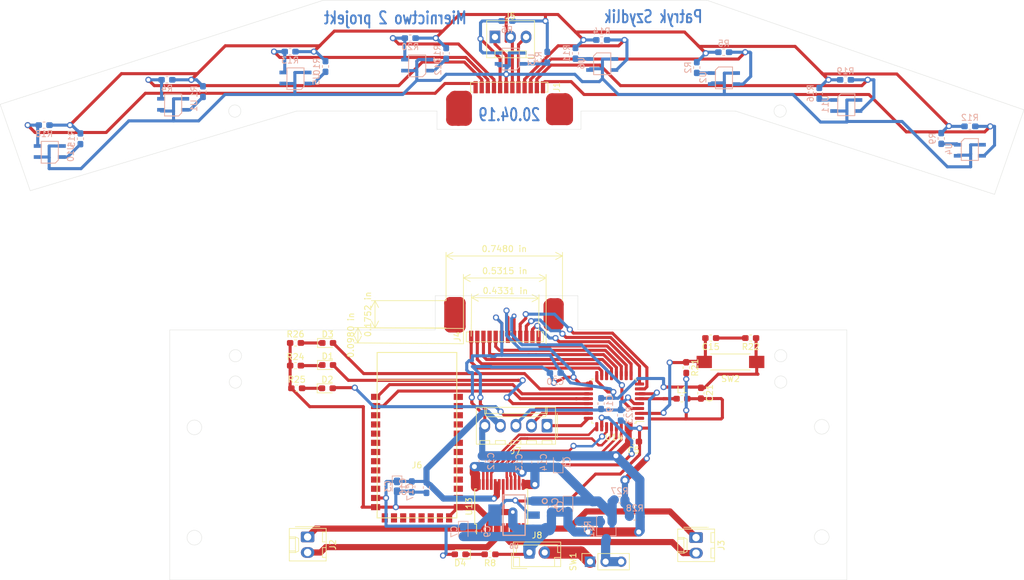
<source format=kicad_pcb>
(kicad_pcb (version 20171130) (host pcbnew "(5.1.5)-3")
  (layers (0 F.Cu signal) (31 B.Cu signal) (34 B.Paste user hide) (35 F.Paste user hide) (36 B.SilkS user) (37 F.SilkS user) (38 B.Mask user) (39 F.Mask user) (44 Edge.Cuts user))
  (net 0 "")
  (net 1 GND)
  (net 2 +3V3)
  (net 3 CZ_0)
  (net 4 CZ_1)
  (net 5 CZ_2)
  (net 6 CZ_3)
  (net 7 CZ_4)
  (net 8 CZ_5)
  (net 9 CZ_6)
  (net 10 CZ_7)
  (net 11 CZ_8)
  (net 12 CZ_OD)
  (net 13 "Net-(R1-Pad2)")
  (net 14 "Net-(R2-Pad2)")
  (net 15 "Net-(R3-Pad2)")
  (net 16 "Net-(R9-Pad2)")
  (net 17 "Net-(R10-Pad2)")
  (net 18 "Net-(R11-Pad2)")
  (net 19 "Net-(R15-Pad2)")
  (net 20 "Net-(R16-Pad2)")
  (net 21 "Net-(R17-Pad2)")
  (module Resistor_SMD:R_0603_1608Metric_Pad1.05x0.95mm_HandSolder (layer F.Cu) (at 109.325 114.87 180)
    (fp_text reference R8 (at 0 -1.43 180) (layer F.SilkS))
    (fp_text value 330)
    (pad 1 smd roundrect (at -0.875 0 180) (size 1.05 0.95) (layers F.Cu F.Paste F.Mask))
    (pad 2 smd roundrect (at 0.875 0 180) (size 1.05 0.95) (layers F.Cu F.Paste F.Mask))
  )
  (module Resistor_SMD:R_0603_1608Metric_Pad1.05x0.95mm_HandSolder (layer B.Cu) (at 123.85 110.345 90)
    (fp_text reference R7 (at 0 1.43 90) (layer B.SilkS) (effects (justify mirror)))
    (fp_text value 1.5k)
    (pad 2 smd roundrect (at 0.875 0 90) (size 1.05 0.95) (layers B.Cu B.Paste B.Mask))
    (pad 1 smd roundrect (at -0.875 0 90) (size 1.05 0.95) (layers B.Cu B.Paste B.Mask))
  )
  (module Resistor_SMD:R_0603_1608Metric_Pad1.05x0.95mm_HandSolder (layer F.Cu) (at 77.775 87.77)
    (fp_text reference R25 (at 0 -1.43) (layer F.SilkS))
    (fp_text value 330)
    (pad 2 smd roundrect (at 0.875 0) (size 1.05 0.95) (layers F.Cu F.Paste F.Mask))
    (pad 1 smd roundrect (at -0.875 0) (size 1.05 0.95) (layers F.Cu F.Paste F.Mask))
  )
  (module Resistor_SMD:R_0603_1608Metric_Pad1.05x0.95mm_HandSolder (layer F.Cu) (at 151.875 79.57 180)
    (fp_text reference R22 (at 0 -1.43 180) (layer F.SilkS))
    (fp_text value 220)
    (pad 2 smd roundrect (at 0.875 0 180) (size 1.05 0.95) (layers F.Cu F.Paste F.Mask))
    (pad 1 smd roundrect (at -0.875 0 180) (size 1.05 0.95) (layers F.Cu F.Paste F.Mask))
  )
  (module Button_Switch_SMD:SW_SPST_REED_CT05-XXXX-G1 (layer F.Cu) (at 148.57 83.47)
    (fp_text reference SW2 (at 0 2.75) (layer F.SilkS))
    (fp_text value SWITCH)
    (pad 1 smd rect (at -4.28 0) (size 2.5 2) (layers F.Cu F.Paste F.Mask))
    (pad 2 smd rect (at 4.28 0) (size 2.5 2) (layers F.Cu F.Paste F.Mask))
  )
  (module Resistor_SMD:R_0603_1608Metric_Pad1.05x0.95mm_HandSolder (layer F.Cu) (at 141.35 84.395 270)
    (fp_text reference R21 (at 0 -1.43 270) (layer F.SilkS))
    (fp_text value 4k7)
    (pad 2 smd roundrect (at 0.875 0 270) (size 1.05 0.95) (layers F.Cu F.Paste F.Mask))
    (pad 1 smd roundrect (at -0.875 0 270) (size 1.05 0.95) (layers F.Cu F.Paste F.Mask))
  )
  (module Resistor_SMD:R_0603_1608Metric_Pad1.05x0.95mm_HandSolder (layer B.Cu) (at 132.95 108.77 180)
    (fp_text reference R28 (at 0 1.43 180) (layer B.SilkS) (effects (justify mirror)))
    (fp_text value 47k)
    (pad 1 smd roundrect (at -0.875 0 180) (size 1.05 0.95) (layers B.Cu B.Paste B.Mask))
    (pad 2 smd roundrect (at 0.875 0 180) (size 1.05 0.95) (layers B.Cu B.Paste B.Mask))
  )
  (module Resistor_SMD:R_0603_1608Metric_Pad1.05x0.95mm_HandSolder (layer B.Cu) (at 130.65 92.17 90)
    (fp_text reference R23 (at 0 1.43 90) (layer B.SilkS) (effects (justify mirror)))
    (fp_text value 100k)
    (pad 1 smd roundrect (at -0.875 0 90) (size 1.05 0.95) (layers B.Cu B.Paste B.Mask))
    (pad 2 smd roundrect (at 0.875 0 90) (size 1.05 0.95) (layers B.Cu B.Paste B.Mask))
  )
  (module Resistor_SMD:R_0603_1608Metric_Pad1.05x0.95mm_HandSolder (layer F.Cu) (at 77.575 84.07)
    (fp_text reference R24 (at 0 -1.43) (layer F.SilkS))
    (fp_text value 330)
    (pad 1 smd roundrect (at -0.875 0) (size 1.05 0.95) (layers F.Cu F.Paste F.Mask))
    (pad 2 smd roundrect (at 0.875 0) (size 1.05 0.95) (layers F.Cu F.Paste F.Mask))
  )
  (module Connector_PinSocket_2.54mm:PinSocket_1x03_P2.54mm_Vertical (layer F.Cu) (at 125.65 116.07 90)
    (fp_text reference SW1 (at 0 -2.77 90) (layer F.SilkS))
    (fp_text value ON/OFF)
    (pad 3 thru_hole oval (at 0 5.08 90) (size 1.7 1.7) (drill 1) (layers *.Cu *.Mask))
    (pad 2 thru_hole oval (at 0 2.54 90) (size 1.7 1.7) (drill 1) (layers *.Cu *.Mask))
    (pad 1 thru_hole rect (at 0 0 90) (size 1.7 1.7) (drill 1) (layers *.Cu *.Mask))
  )
  (module Resistor_SMD:R_0603_1608Metric_Pad1.05x0.95mm_HandSolder (layer F.Cu) (at 77.575 80.37)
    (fp_text reference R26 (at 0 -1.43) (layer F.SilkS))
    (fp_text value 330)
    (pad 1 smd roundrect (at -0.875 0) (size 1.05 0.95) (layers F.Cu F.Paste F.Mask))
    (pad 2 smd roundrect (at 0.875 0) (size 1.05 0.95) (layers F.Cu F.Paste F.Mask))
  )
  (module Resistor_SMD:R_0603_1608Metric_Pad1.05x0.95mm_HandSolder (layer B.Cu) (at 130.475 105.97 180)
    (fp_text reference R27 (at 0 1.43 180) (layer B.SilkS) (effects (justify mirror)))
    (fp_text value 100k)
    (pad 2 smd roundrect (at 0.875 0 180) (size 1.05 0.95) (layers B.Cu B.Paste B.Mask))
    (pad 1 smd roundrect (at -0.875 0 180) (size 1.05 0.95) (layers B.Cu B.Paste B.Mask))
  )
  (module warsztaty:TB6612 (layer F.Cu) (at 111.15 107.07 90)
    (fp_text reference U13 (at 0 -5.25 90) (layer F.SilkS))
    (fp_text value TB6612)
    (pad 24 smd rect (at 3.6 -3.575 90) (size 1.75 0.45) (layers F.Cu F.Paste F.Mask))
    (pad 23 smd rect (at 3.6 -2.925 90) (size 1.75 0.45) (layers F.Cu F.Paste F.Mask))
    (pad 22 smd rect (at 3.6 -2.275 90) (size 1.75 0.45) (layers F.Cu F.Paste F.Mask))
    (pad 21 smd rect (at 3.6 -1.625 90) (size 1.75 0.45) (layers F.Cu F.Paste F.Mask))
    (pad 20 smd rect (at 3.6 -0.975 90) (size 1.75 0.45) (layers F.Cu F.Paste F.Mask))
    (pad 19 smd rect (at 3.6 -0.325 90) (size 1.75 0.45) (layers F.Cu F.Paste F.Mask))
    (pad 18 smd rect (at 3.6 0.325 90) (size 1.75 0.45) (layers F.Cu F.Paste F.Mask))
    (pad 17 smd rect (at 3.6 0.975 90) (size 1.75 0.45) (layers F.Cu F.Paste F.Mask))
    (pad 16 smd rect (at 3.6 1.625 90) (size 1.75 0.45) (layers F.Cu F.Paste F.Mask))
    (pad 15 smd rect (at 3.6 2.275 90) (size 1.75 0.45) (layers F.Cu F.Paste F.Mask))
    (pad 14 smd rect (at 3.6 2.925 90) (size 1.75 0.45) (layers F.Cu F.Paste F.Mask))
    (pad 13 smd rect (at 3.6 3.575 90) (size 1.75 0.45) (layers F.Cu F.Paste F.Mask))
    (pad 12 smd rect (at -3.6 3.575 90) (size 1.75 0.45) (layers F.Cu F.Paste F.Mask))
    (pad 11 smd rect (at -3.6 2.925 90) (size 1.75 0.45) (layers F.Cu F.Paste F.Mask))
    (pad 10 smd rect (at -3.6 2.275 90) (size 1.75 0.45) (layers F.Cu F.Paste F.Mask))
    (pad 9 smd rect (at -3.6 1.625 90) (size 1.75 0.45) (layers F.Cu F.Paste F.Mask))
    (pad 8 smd rect (at -3.6 0.975 90) (size 1.75 0.45) (layers F.Cu F.Paste F.Mask))
    (pad 7 smd rect (at -3.6 0.325 90) (size 1.75 0.45) (layers F.Cu F.Paste F.Mask))
    (pad 6 smd rect (at -3.6 -0.325 90) (size 1.75 0.45) (layers F.Cu F.Paste F.Mask))
    (pad 5 smd rect (at -3.6 -0.975 90) (size 1.75 0.45) (layers F.Cu F.Paste F.Mask))
    (pad 4 smd rect (at -3.6 -1.625 90) (size 1.75 0.45) (layers F.Cu F.Paste F.Mask))
    (pad 3 smd rect (at -3.6 -2.275 90) (size 1.75 0.45) (layers F.Cu F.Paste F.Mask))
    (pad 2 smd rect (at -3.6 -2.925 90) (size 1.75 0.45) (layers F.Cu F.Paste F.Mask))
    (pad 1 smd rect (at -3.6 -3.575 90) (size 1.75 0.45) (layers F.Cu F.Paste F.Mask))
  )
  (module warsztaty:LM1117_SOT223 (layer B.Cu) (at 113.25 108.47 180)
    (fp_text reference U8 (at 0 -5.08 180) (layer B.SilkS) (effects (font (size 0.762 0.762) (thickness 0.1524)) (justify mirror)))
    (fp_text value LM1117-3.3 hide)
    (pad 2 smd rect (at 3.1 0 180) (size 2.2 3.5) (layers B.Cu B.Paste B.Mask))
    (pad 1 smd rect (at -3.1 -2.3 180) (size 2.2 1.2) (layers B.Cu B.Paste B.Mask))
    (pad 2 smd rect (at -3.1 0 180) (size 2.2 1.2) (layers B.Cu B.Paste B.Mask))
    (pad 3 smd rect (at -3.1 2.3 180) (size 2.2 1.2) (layers B.Cu B.Paste B.Mask))
  )
  (module Package_QFP:LQFP-32_7x7mm_P0.8mm (layer F.Cu) (at 129.55 89.87 180)
    (fp_text reference U14 (at 0 -5.88 180) (layer F.SilkS))
    (fp_text value STM32L071KBTx)
    (pad 32 smd roundrect (at -2.8 -4.175 180) (size 0.5 1.5) (layers F.Cu F.Paste F.Mask))
    (pad 31 smd roundrect (at -2 -4.175 180) (size 0.5 1.5) (layers F.Cu F.Paste F.Mask))
    (pad 30 smd roundrect (at -1.2 -4.175 180) (size 0.5 1.5) (layers F.Cu F.Paste F.Mask))
    (pad 29 smd roundrect (at -0.4 -4.175 180) (size 0.5 1.5) (layers F.Cu F.Paste F.Mask))
    (pad 28 smd roundrect (at 0.4 -4.175 180) (size 0.5 1.5) (layers F.Cu F.Paste F.Mask))
    (pad 27 smd roundrect (at 1.2 -4.175 180) (size 0.5 1.5) (layers F.Cu F.Paste F.Mask))
    (pad 26 smd roundrect (at 2 -4.175 180) (size 0.5 1.5) (layers F.Cu F.Paste F.Mask))
    (pad 25 smd roundrect (at 2.8 -4.175 180) (size 0.5 1.5) (layers F.Cu F.Paste F.Mask))
    (pad 24 smd roundrect (at 4.175 -2.8 180) (size 1.5 0.5) (layers F.Cu F.Paste F.Mask))
    (pad 23 smd roundrect (at 4.175 -2 180) (size 1.5 0.5) (layers F.Cu F.Paste F.Mask))
    (pad 22 smd roundrect (at 4.175 -1.2 180) (size 1.5 0.5) (layers F.Cu F.Paste F.Mask))
    (pad 21 smd roundrect (at 4.175 -0.4 180) (size 1.5 0.5) (layers F.Cu F.Paste F.Mask))
    (pad 20 smd roundrect (at 4.175 0.4 180) (size 1.5 0.5) (layers F.Cu F.Paste F.Mask))
    (pad 19 smd roundrect (at 4.175 1.2 180) (size 1.5 0.5) (layers F.Cu F.Paste F.Mask))
    (pad 18 smd roundrect (at 4.175 2 180) (size 1.5 0.5) (layers F.Cu F.Paste F.Mask))
    (pad 17 smd roundrect (at 4.175 2.8 180) (size 1.5 0.5) (layers F.Cu F.Paste F.Mask))
    (pad 16 smd roundrect (at 2.8 4.175 180) (size 0.5 1.5) (layers F.Cu F.Paste F.Mask))
    (pad 15 smd roundrect (at 2 4.175 180) (size 0.5 1.5) (layers F.Cu F.Paste F.Mask))
    (pad 14 smd roundrect (at 1.2 4.175 180) (size 0.5 1.5) (layers F.Cu F.Paste F.Mask))
    (pad 13 smd roundrect (at 0.4 4.175 180) (size 0.5 1.5) (layers F.Cu F.Paste F.Mask))
    (pad 12 smd roundrect (at -0.4 4.175 180) (size 0.5 1.5) (layers F.Cu F.Paste F.Mask))
    (pad 11 smd roundrect (at -1.2 4.175 180) (size 0.5 1.5) (layers F.Cu F.Paste F.Mask))
    (pad 10 smd roundrect (at -2 4.175 180) (size 0.5 1.5) (layers F.Cu F.Paste F.Mask))
    (pad 9 smd roundrect (at -2.8 4.175 180) (size 0.5 1.5) (layers F.Cu F.Paste F.Mask))
    (pad 8 smd roundrect (at -4.175 2.8 180) (size 1.5 0.5) (layers F.Cu F.Paste F.Mask))
    (pad 7 smd roundrect (at -4.175 2 180) (size 1.5 0.5) (layers F.Cu F.Paste F.Mask))
    (pad 6 smd roundrect (at -4.175 1.2 180) (size 1.5 0.5) (layers F.Cu F.Paste F.Mask))
    (pad 5 smd roundrect (at -4.175 0.4 180) (size 1.5 0.5) (layers F.Cu F.Paste F.Mask))
    (pad 4 smd roundrect (at -4.175 -0.4 180) (size 1.5 0.5) (layers F.Cu F.Paste F.Mask))
    (pad 3 smd roundrect (at -4.175 -1.2 180) (size 1.5 0.5) (layers F.Cu F.Paste F.Mask))
    (pad 2 smd roundrect (at -4.175 -2 180) (size 1.5 0.5) (layers F.Cu F.Paste F.Mask))
    (pad 1 smd roundrect (at -4.175 -2.8 180) (size 1.5 0.5) (layers F.Cu F.Paste F.Mask))
  )
  (module Capacitor_SMD:C_0603_1608Metric_Pad1.05x0.95mm_HandSolder (layer B.Cu) (at 112.65 99.845 90)
    (fp_text reference C13 (at 0 1.43 90) (layer B.SilkS) (effects (justify mirror)))
    (fp_text value 100nF)
    (pad 2 smd roundrect (at 0.875 0 90) (size 1.05 0.95) (layers B.Cu B.Paste B.Mask))
    (pad 1 smd roundrect (at -0.875 0 90) (size 1.05 0.95) (layers B.Cu B.Paste B.Mask))
  )
  (module Capacitor_SMD:C_0603_1608Metric_Pad1.05x0.95mm_HandSolder (layer B.Cu) (at 119.975 85.27)
    (fp_text reference C20 (at 0 1.43) (layer B.SilkS) (effects (justify mirror)))
    (fp_text value 100nF)
    (pad 2 smd roundrect (at 0.875 0) (size 1.05 0.95) (layers B.Cu B.Paste B.Mask))
    (pad 1 smd roundrect (at -0.875 0) (size 1.05 0.95) (layers B.Cu B.Paste B.Mask))
  )
  (module Capacitor_SMD:C_0603_1608Metric_Pad1.05x0.95mm_HandSolder (layer B.Cu) (at 116.65 99.845 90)
    (fp_text reference C14 (at 0 1.43 90) (layer B.SilkS) (effects (justify mirror)))
    (fp_text value 100nF)
    (pad 1 smd roundrect (at -0.875 0 90) (size 1.05 0.95) (layers B.Cu B.Paste B.Mask))
    (pad 2 smd roundrect (at 0.875 0 90) (size 1.05 0.95) (layers B.Cu B.Paste B.Mask))
  )
  (module Package_TO_SOT_SMD:SOT-23_Handsoldering (layer B.Cu) (at 128.3 111.07 270)
    (fp_text reference Q1 (at 0 2.5 270) (layer B.SilkS) (effects (justify mirror)))
    (fp_text value Q_PMOS_GSD)
    (pad 3 smd rect (at 1.5 0 270) (size 1.9 0.8) (layers B.Cu B.Paste B.Mask))
    (pad 2 smd rect (at -1.5 -0.95 270) (size 1.9 0.8) (layers B.Cu B.Paste B.Mask))
    (pad 1 smd rect (at -1.5 0.95 270) (size 1.9 0.8) (layers B.Cu B.Paste B.Mask))
  )
  (module Inductor_SMD:L_0603_1608Metric_Pad1.05x0.95mm_HandSolder (layer F.Cu) (at 140.65 89.47)
    (fp_text reference L1 (at 0 -1.43) (layer F.SilkS))
    (fp_text value 10uH)
    (pad 2 smd roundrect (at 0.875 0) (size 1.05 0.95) (layers F.Cu F.Paste F.Mask))
    (pad 1 smd roundrect (at -0.875 0) (size 1.05 0.95) (layers F.Cu F.Paste F.Mask))
  )
  (module LED_SMD:LED_0603_1608Metric_Pad1.05x0.95mm_HandSolder (layer F.Cu) (at 82.825 83.97)
    (fp_text reference D1 (at 0 -1.43) (layer F.SilkS))
    (fp_text value RED)
    (pad 2 smd roundrect (at 0.875 0) (size 1.05 0.95) (layers F.Cu F.Paste F.Mask))
    (pad 1 smd roundrect (at -0.875 0) (size 1.05 0.95) (layers F.Cu F.Paste F.Mask))
  )
  (module Connector_Molex:Molex_KK-254_AE-6410-05A_1x05_P2.54mm_Vertical (layer F.Cu) (at 118.63 93.87 180)
    (fp_text reference J7 (at 5.08 -4.12 180) (layer F.SilkS))
    (fp_text value PROGRAMATOR)
    (pad 5 thru_hole oval (at 10.16 0 180) (size 1.74 2.2) (drill 1.2) (layers *.Cu *.Mask))
    (pad 4 thru_hole oval (at 7.62 0 180) (size 1.74 2.2) (drill 1.2) (layers *.Cu *.Mask))
    (pad 3 thru_hole oval (at 5.08 0 180) (size 1.74 2.2) (drill 1.2) (layers *.Cu *.Mask))
    (pad 2 thru_hole oval (at 2.54 0 180) (size 1.74 2.2) (drill 1.2) (layers *.Cu *.Mask))
    (pad 1 thru_hole roundrect (at 0 0 180) (size 1.74 2.2) (drill 1.2) (layers *.Cu *.Mask) (roundrect_rratio 0.143678))
  )
  (module LED_SMD:LED_0603_1608Metric_Pad1.05x0.95mm_HandSolder (layer F.Cu) (at 104.45 114.87 180)
    (fp_text reference D4 (at 0 -1.43 180) (layer F.SilkS))
    (fp_text value GREEN)
    (pad 2 smd roundrect (at 0.875 0 180) (size 1.05 0.95) (layers F.Cu F.Paste F.Mask))
    (pad 1 smd roundrect (at -0.875 0 180) (size 1.05 0.95) (layers F.Cu F.Paste F.Mask))
  )
  (module LED_SMD:LED_0603_1608Metric_Pad1.05x0.95mm_HandSolder (layer F.Cu) (at 82.825 80.37)
    (fp_text reference D3 (at 0 -1.43) (layer F.SilkS))
    (fp_text value BLUE)
    (pad 1 smd roundrect (at -0.875 0) (size 1.05 0.95) (layers F.Cu F.Paste F.Mask))
    (pad 2 smd roundrect (at 0.875 0) (size 1.05 0.95) (layers F.Cu F.Paste F.Mask))
  )
  (module Connector_Molex:Molex_KK-254_AE-6410-02A_1x02_P2.54mm_Vertical (layer F.Cu) (at 142.95 112.13 270)
    (fp_text reference J3 (at 1.27 -4.12 270) (layer F.SilkS))
    (fp_text value Conn_01x02)
    (pad 1 thru_hole roundrect (at 0 0 270) (size 1.74 2.2) (drill 1.2) (layers *.Cu *.Mask) (roundrect_rratio 0.143678))
    (pad 2 thru_hole oval (at 2.54 0 270) (size 1.74 2.2) (drill 1.2) (layers *.Cu *.Mask))
  )
  (module Capacitor_SMD:C_0603_1608Metric_Pad1.05x0.95mm_HandSolder (layer F.Cu) (at 143.75 88.57 270)
    (fp_text reference C21 (at 0 -1.43 270) (layer F.SilkS))
    (fp_text value 100nF)
    (pad 1 smd roundrect (at -0.875 0 270) (size 1.05 0.95) (layers F.Cu F.Paste F.Mask))
    (pad 2 smd roundrect (at 0.875 0 270) (size 1.05 0.95) (layers F.Cu F.Paste F.Mask))
  )
  (module Connector_Molex:Molex_KK-254_AE-6410-02A_1x02_P2.54mm_Vertical (layer F.Cu) (at 79.55 112.03 270)
    (fp_text reference J2 (at 1.27 -4.12 270) (layer F.SilkS))
    (fp_text value Conn_01x02)
    (pad 2 thru_hole oval (at 2.54 0 270) (size 1.74 2.2) (drill 1.2) (layers *.Cu *.Mask))
    (pad 1 thru_hole roundrect (at 0 0 270) (size 1.74 2.2) (drill 1.2) (layers *.Cu *.Mask) (roundrect_rratio 0.143678))
  )
  (module Capacitor_SMD:C_0603_1608Metric_Pad1.05x0.95mm_HandSolder (layer F.Cu) (at 145.35 79.57 180)
    (fp_text reference C15 (at 0 -1.43 180) (layer F.SilkS))
    (fp_text value 100nF)
    (pad 1 smd roundrect (at -0.875 0 180) (size 1.05 0.95) (layers F.Cu F.Paste F.Mask))
    (pad 2 smd roundrect (at 0.875 0 180) (size 1.05 0.95) (layers F.Cu F.Paste F.Mask))
  )
  (module Capacitor_SMD:C_0603_1608Metric_Pad1.05x0.95mm_HandSolder (layer B.Cu) (at 96.55 103.845 270)
    (fp_text reference C16 (at 0 1.43 270) (layer B.SilkS) (effects (justify mirror)))
    (fp_text value 100nF)
    (pad 2 smd roundrect (at 0.875 0 270) (size 1.05 0.95) (layers B.Cu B.Paste B.Mask))
    (pad 1 smd roundrect (at -0.875 0 270) (size 1.05 0.95) (layers B.Cu B.Paste B.Mask))
  )
  (module Capacitor_SMD:C_0603_1608Metric_Pad1.05x0.95mm_HandSolder (layer B.Cu) (at 127.45 90.27 90)
    (fp_text reference C19 (at 0 1.43 90) (layer B.SilkS) (effects (justify mirror)))
    (fp_text value 100nF)
    (pad 2 smd roundrect (at 0.875 0 90) (size 1.05 0.95) (layers B.Cu B.Paste B.Mask))
    (pad 1 smd roundrect (at -0.875 0 90) (size 1.05 0.95) (layers B.Cu B.Paste B.Mask))
  )
  (module Capacitor_SMD:C_0603_1608Metric_Pad1.05x0.95mm_HandSolder (layer B.Cu) (at 98.95 103.97 270)
    (fp_text reference C17 (at 0.724999 2.665001 270) (layer B.SilkS) (effects (justify mirror)))
    (fp_text value 100nF)
    (pad 1 smd roundrect (at -0.875 0 270) (size 1.05 0.95) (layers B.Cu B.Paste B.Mask))
    (pad 2 smd roundrect (at 0.875 0 270) (size 1.05 0.95) (layers B.Cu B.Paste B.Mask))
  )
  (module LED_SMD:LED_0603_1608Metric_Pad1.05x0.95mm_HandSolder (layer F.Cu) (at 82.775 87.77)
    (fp_text reference D2 (at 0 -1.43) (layer F.SilkS))
    (fp_text value ORANGE)
    (pad 1 smd roundrect (at -0.875 0) (size 1.05 0.95) (layers F.Cu F.Paste F.Mask))
    (pad 2 smd roundrect (at 0.875 0) (size 1.05 0.95) (layers F.Cu F.Paste F.Mask))
  )
  (module Capacitor_SMD:C_0603_1608Metric_Pad1.05x0.95mm_HandSolder (layer F.Cu) (at 132.75 96.47 180)
    (fp_text reference C5 (at 0 -1.43) (layer F.SilkS))
    (fp_text value 100nF)
    (pad 2 smd roundrect (at 0.875 0 180) (size 1.05 0.95) (layers F.Cu F.Paste F.Mask))
    (pad 1 smd roundrect (at -0.875 0 180) (size 1.05 0.95) (layers F.Cu F.Paste F.Mask))
  )
  (module new_pin:PinSocket_1x12_P1.00mm_Vertical_SMD (layer F.Cu) (at 106.25 79.07 90)
    (fp_text reference J4 (at -0.29 -2.25 90) (layer F.SilkS))
    (fp_text value Conn_01x12)
    (pad 11 smd rect (at -0.3 10 90) (size 2 0.7) (layers F.Cu F.Paste F.Mask))
    (pad 12 smd rect (at -0.3 11 90) (size 2 0.7) (layers F.Cu F.Paste F.Mask))
    (pad 10 smd rect (at -0.3 9 90) (size 2 0.7) (layers F.Cu F.Paste F.Mask))
    (pad 9 smd rect (at -0.3 8 90) (size 2 0.7) (layers F.Cu F.Paste F.Mask))
    (pad 8 smd rect (at -0.3 7 90) (size 2 0.7) (layers F.Cu F.Paste F.Mask))
    (pad 7 smd rect (at -0.3 6 90) (size 2 0.7) (layers F.Cu F.Paste F.Mask))
    (pad 6 smd rect (at -0.3 5 90) (size 2 0.7) (layers F.Cu F.Paste F.Mask))
    (pad 5 smd rect (at -0.3 4 90) (size 2 0.7) (layers F.Cu F.Paste F.Mask))
    (pad 4 smd rect (at -0.3 3 90) (size 2 0.7) (layers F.Cu F.Paste F.Mask))
    (pad 3 smd rect (at -0.3 2 90) (size 2 0.7) (layers F.Cu F.Paste F.Mask))
    (pad 2 smd rect (at -0.3 1 90) (size 2 0.7) (layers F.Cu F.Paste F.Mask))
    (pad 1 smd rect (at -0.3 0 90) (size 2 0.7) (layers F.Cu F.Paste F.Mask))
  )
  (module Capacitor_Tantalum_SMD:CP_EIA-1608-08_AVX-J_Pad1.25x1.05mm_HandSolder (layer B.Cu) (at 122.05 107.07 270)
    (fp_text reference C4 (at -0.5 2.1 270) (layer B.SilkS) (effects (justify mirror)))
    (fp_text value 10uF)
    (pad 2 smd roundrect (at 0.8 0 270) (size 1.25 1.05) (layers B.Cu B.Paste B.Mask) (roundrect_rratio 0.238095))
    (pad 1 smd roundrect (at -0.8 0 270) (size 1.25 1.05) (layers B.Cu B.Paste B.Mask) (roundrect_rratio 0.238095))
  )
  (module megazord:HC-06 (layer F.Cu) (at 97.4 108.42)
    (fp_text reference J6 (at 0 -8.1) (layer F.SilkS))
    (fp_text value BLUETOOTH)
    (pad 34 smd rect (at 6.75 -19.25 90) (size 1 1.5) (layers F.Cu F.Paste F.Mask))
    (pad 21 smd rect (at 5.25 0.5) (size 1 1.5) (layers F.Cu F.Paste F.Mask))
    (pad 13 smd rect (at -6.75 -1.25 90) (size 1 1.5) (layers F.Cu F.Paste F.Mask))
    (pad 12 smd rect (at -6.75 -2.75 90) (size 1 1.5) (layers F.Cu F.Paste F.Mask))
    (pad 11 smd rect (at -6.75 -4.25 90) (size 1 1.5) (layers F.Cu F.Paste F.Mask))
    (pad 10 smd rect (at -6.75 -5.75 90) (size 1 1.5) (layers F.Cu F.Paste F.Mask))
    (pad 9 smd rect (at -6.75 -7.25 90) (size 1 1.5) (layers F.Cu F.Paste F.Mask))
    (pad 5 smd rect (at -6.75 -13.25 90) (size 1 1.5) (layers F.Cu F.Paste F.Mask))
    (pad 6 smd rect (at -6.75 -11.75 90) (size 1 1.5) (layers F.Cu F.Paste F.Mask))
    (pad 7 smd rect (at -6.75 -10.25 90) (size 1 1.5) (layers F.Cu F.Paste F.Mask))
    (pad 8 smd rect (at -6.75 -8.75 90) (size 1 1.5) (layers F.Cu F.Paste F.Mask))
    (pad 4 smd rect (at -6.75 -14.75 90) (size 1 1.5) (layers F.Cu F.Paste F.Mask))
    (pad 3 smd rect (at -6.75 -16.25 90) (size 1 1.5) (layers F.Cu F.Paste F.Mask))
    (pad 2 smd rect (at -6.75 -17.75 90) (size 1 1.5) (layers F.Cu F.Paste F.Mask))
    (pad 1 smd rect (at -6.75 -19.25 90) (size 1 1.5) (layers F.Cu F.Paste F.Mask))
    (pad 33 smd rect (at 6.75 -17.75 90) (size 1 1.5) (layers F.Cu F.Paste F.Mask))
    (pad 32 smd rect (at 6.75 -16.25 90) (size 1 1.5) (layers F.Cu F.Paste F.Mask))
    (pad 31 smd rect (at 6.75 -14.75 90) (size 1 1.5) (layers F.Cu F.Paste F.Mask))
    (pad 30 smd rect (at 6.75 -13.25 90) (size 1 1.5) (layers F.Cu F.Paste F.Mask))
    (pad 26 smd rect (at 6.75 -7.25 90) (size 1 1.5) (layers F.Cu F.Paste F.Mask))
    (pad 27 smd rect (at 6.75 -8.75 90) (size 1 1.5) (layers F.Cu F.Paste F.Mask))
    (pad 28 smd rect (at 6.75 -10.25 90) (size 1 1.5) (layers F.Cu F.Paste F.Mask))
    (pad 29 smd rect (at 6.75 -11.75 90) (size 1 1.5) (layers F.Cu F.Paste F.Mask))
    (pad 25 smd rect (at 6.75 -5.75 90) (size 1 1.5) (layers F.Cu F.Paste F.Mask))
    (pad 24 smd rect (at 6.75 -4.25 90) (size 1 1.5) (layers F.Cu F.Paste F.Mask))
    (pad 23 smd rect (at 6.75 -2.75 90) (size 1 1.5) (layers F.Cu F.Paste F.Mask))
    (pad 22 smd rect (at 6.75 -1.25 90) (size 1 1.5) (layers F.Cu F.Paste F.Mask))
    (pad 20 smd rect (at 3.75 0.5) (size 1 1.5) (layers F.Cu F.Paste F.Mask))
    (pad 14 smd rect (at -5.25 0.5) (size 1 1.5) (layers F.Cu F.Paste F.Mask))
    (pad 15 smd rect (at -3.75 0.5) (size 1 1.5) (layers F.Cu F.Paste F.Mask))
    (pad 18 smd rect (at 0.75 0.5) (size 1 1.5) (layers F.Cu F.Paste F.Mask))
    (pad 19 smd rect (at 2.25 0.5) (size 1 1.5) (layers F.Cu F.Paste F.Mask))
    (pad 17 smd rect (at -0.75 0.5) (size 1 1.5) (layers F.Cu F.Paste F.Mask))
    (pad 16 smd rect (at -2.25 0.5) (size 1 1.5) (layers F.Cu F.Paste F.Mask))
  )
  (module Capacitor_SMD:C_0603_1608Metric_Pad1.05x0.95mm_HandSolder (layer B.Cu) (at 107.45 111.145 90)
    (fp_text reference C9 (at 0 1.43 90) (layer B.SilkS) (effects (justify mirror)))
    (fp_text value 100nF)
    (pad 1 smd roundrect (at -0.875 0 90) (size 1.05 0.95) (layers B.Cu B.Paste B.Mask))
    (pad 2 smd roundrect (at 0.875 0 90) (size 1.05 0.95) (layers B.Cu B.Paste B.Mask))
  )
  (module Capacitor_Tantalum_SMD:CP_EIA-1608-08_AVX-J_Pad1.25x1.05mm_HandSolder (layer B.Cu) (at 104.95 111.17 270)
    (fp_text reference C7 (at 0 1.48 270) (layer B.SilkS) (effects (justify mirror)))
    (fp_text value 10uF)
    (pad 1 smd roundrect (at -0.8 0 270) (size 1.25 1.05) (layers B.Cu B.Paste B.Mask) (roundrect_rratio 0.238095))
    (pad 2 smd roundrect (at 0.8 0 270) (size 1.25 1.05) (layers B.Cu B.Paste B.Mask) (roundrect_rratio 0.238095))
  )
  (module Capacitor_SMD:C_0603_1608Metric_Pad1.05x0.95mm_HandSolder (layer B.Cu) (at 119.35 107.095 90)
    (fp_text reference C2 (at 0 1.43 90) (layer B.SilkS) (effects (justify mirror)))
    (fp_text value 100nF)
    (pad 2 smd roundrect (at 0.875 0 90) (size 1.05 0.95) (layers B.Cu B.Paste B.Mask))
    (pad 1 smd roundrect (at -0.875 0 90) (size 1.05 0.95) (layers B.Cu B.Paste B.Mask))
  )
  (module Capacitor_Tantalum_SMD:CP_EIA-1608-08_AVX-J_Pad1.25x1.05mm_HandSolder (layer B.Cu) (at 120.45 99.87 90)
    (fp_text reference C1 (at 0 1.48 90) (layer B.SilkS) (effects (justify mirror)))
    (fp_text value 10uF)
    (pad 1 smd roundrect (at -0.8 0 90) (size 1.25 1.05) (layers B.Cu B.Paste B.Mask) (roundrect_rratio 0.238095))
    (pad 2 smd roundrect (at 0.8 0 90) (size 1.25 1.05) (layers B.Cu B.Paste B.Mask) (roundrect_rratio 0.238095))
  )
  (module Connector_JST:JST_EH_B2B-EH-A_1x02_P2.50mm_Vertical (layer F.Cu) (at 115.75 114.57)
    (fp_text reference J8 (at 1.25 -2.8) (layer F.SilkS))
    (fp_text value Conn_01x02)
    (pad 1 thru_hole roundrect (at 0 0) (size 1.7 2) (drill 1) (layers *.Cu *.Mask) (roundrect_rratio 0.147059))
    (pad 2 thru_hole oval (at 2.5 0) (size 1.7 2) (drill 1) (layers *.Cu *.Mask))
  )
  (module Capacitor_Tantalum_SMD:CP_EIA-1608-08_AVX-J_Pad1.25x1.05mm_HandSolder (layer B.Cu) (at 94.15 103.77 270)
    (fp_text reference C3 (at 0 1.48 270) (layer B.SilkS) (effects (justify mirror)))
    (fp_text value 10uF)
    (pad 2 smd roundrect (at 0.8 0 270) (size 1.25 1.05) (layers B.Cu B.Paste B.Mask) (roundrect_rratio 0.238095))
    (pad 1 smd roundrect (at -0.8 0 270) (size 1.25 1.05) (layers B.Cu B.Paste B.Mask) (roundrect_rratio 0.238095))
  )
  (module Capacitor_SMD:C_0603_1608Metric_Pad1.05x0.95mm_HandSolder (layer B.Cu) (at 108.05 99.67 90)
    (fp_text reference C12 (at 0 1.43 90) (layer B.SilkS) (effects (justify mirror)))
    (fp_text value 100nF)
    (pad 1 smd roundrect (at -0.875 0 90) (size 1.05 0.95) (layers B.Cu B.Paste B.Mask))
    (pad 2 smd roundrect (at 0.875 0 90) (size 1.05 0.95) (layers B.Cu B.Paste B.Mask))
  )
  (module Resistor_SMD:R_0603_1608Metric_Pad1.05x0.95mm_HandSolder (layer B.Cu) (at 36.545 44.82)
    (fp_text reference R18 (at 0 1.43) (layer B.SilkS) (effects (justify mirror)))
    (fp_text value 10k)
    (pad 2 smd roundrect (at 0.875 0) (size 1.05 0.95) (layers B.Cu B.Paste B.Mask) (net 2 +3V3))
    (pad 1 smd roundrect (at -0.875 0) (size 1.05 0.95) (layers B.Cu B.Paste B.Mask) (net 11 CZ_8))
  )
  (module Resistor_SMD:R_0603_1608Metric_Pad1.05x0.95mm_HandSolder (layer B.Cu) (at 42.47 47.045 270)
    (fp_text reference R15 (at 0 1.43 270) (layer B.SilkS) (effects (justify mirror)))
    (fp_text value 220)
    (pad 2 smd roundrect (at 0.875 0 270) (size 1.05 0.95) (layers B.Cu B.Paste B.Mask) (net 19 "Net-(R15-Pad2)"))
    (pad 1 smd roundrect (at -0.875 0 270) (size 1.05 0.95) (layers B.Cu B.Paste B.Mask) (net 2 +3V3))
  )
  (module warsztaty:KTIR0711S (layer B.Cu) (at 77.57 37.12 90)
    (fp_text reference U5 (at -0.219 3.407 90) (layer B.SilkS) (effects (justify mirror)))
    (fp_text value KTIR0711S)
    (pad 4 smd rect (at 0.895 -1.965 90) (size 0.6 1.3) (layers B.Cu B.Paste B.Mask) (net 7 CZ_4))
    (pad 3 smd rect (at 0.895 1.965 90) (size 0.6 1.3) (layers B.Cu B.Paste B.Mask) (net 1 GND))
    (pad 2 smd rect (at -0.905 -1.965 90) (size 0.6 1.3) (layers B.Cu B.Paste B.Mask) (net 1 GND))
    (pad 1 smd rect (at -0.905 1.965 90) (size 0.6 1.3) (layers B.Cu B.Paste B.Mask) (net 17 "Net-(R10-Pad2)"))
  )
  (module Resistor_SMD:R_0603_1608Metric_Pad1.05x0.95mm_HandSolder (layer B.Cu) (at 82.47 35.245 270)
    (fp_text reference R10 (at 0 1.43 270) (layer B.SilkS) (effects (justify mirror)))
    (fp_text value 220)
    (pad 1 smd roundrect (at -0.875 0 270) (size 1.05 0.95) (layers B.Cu B.Paste B.Mask) (net 2 +3V3))
    (pad 2 smd roundrect (at 0.875 0 270) (size 1.05 0.95) (layers B.Cu B.Paste B.Mask) (net 17 "Net-(R10-Pad2)"))
  )
  (module Resistor_SMD:R_0603_1608Metric_Pad1.05x0.95mm_HandSolder (layer B.Cu) (at 96.295 30.62)
    (fp_text reference R20 (at 0 1.43) (layer B.SilkS) (effects (justify mirror)))
    (fp_text value 10k)
    (pad 2 smd roundrect (at 0.875 0) (size 1.05 0.95) (layers B.Cu B.Paste B.Mask) (net 2 +3V3))
    (pad 1 smd roundrect (at -0.875 0) (size 1.05 0.95) (layers B.Cu B.Paste B.Mask) (net 5 CZ_2))
  )
  (module warsztaty:KTIR0711S (layer B.Cu) (at 57.605 41.415 90)
    (fp_text reference U1 (at -0.219 3.407 90) (layer B.SilkS) (effects (justify mirror)))
    (fp_text value KTIR0711S)
    (pad 1 smd rect (at -0.905 1.965 90) (size 0.6 1.3) (layers B.Cu B.Paste B.Mask) (net 13 "Net-(R1-Pad2)"))
    (pad 2 smd rect (at -0.905 -1.965 90) (size 0.6 1.3) (layers B.Cu B.Paste B.Mask) (net 1 GND))
    (pad 3 smd rect (at 0.895 1.965 90) (size 0.6 1.3) (layers B.Cu B.Paste B.Mask) (net 1 GND))
    (pad 4 smd rect (at 0.895 -1.965 90) (size 0.6 1.3) (layers B.Cu B.Paste B.Mask) (net 9 CZ_6))
  )
  (module Resistor_SMD:R_0603_1608Metric_Pad1.05x0.95mm_HandSolder (layer B.Cu) (at 76.695 32.82)
    (fp_text reference R13 (at 0 1.43) (layer B.SilkS) (effects (justify mirror)))
    (fp_text value 10k)
    (pad 2 smd roundrect (at 0.875 0) (size 1.05 0.95) (layers B.Cu B.Paste B.Mask) (net 2 +3V3))
    (pad 1 smd roundrect (at -0.875 0) (size 1.05 0.95) (layers B.Cu B.Paste B.Mask) (net 7 CZ_4))
  )
  (module Resistor_SMD:R_0603_1608Metric_Pad1.05x0.95mm_HandSolder (layer B.Cu) (at 62.47 39.345 270)
    (fp_text reference R1 (at 0 1.43 270) (layer B.SilkS) (effects (justify mirror)))
    (fp_text value 220)
    (pad 1 smd roundrect (at -0.875 0 270) (size 1.05 0.95) (layers B.Cu B.Paste B.Mask) (net 2 +3V3))
    (pad 2 smd roundrect (at 0.875 0 270) (size 1.05 0.95) (layers B.Cu B.Paste B.Mask) (net 13 "Net-(R1-Pad2)"))
  )
  (module warsztaty:KTIR0711S (layer B.Cu) (at 97.435 35.015 90)
    (fp_text reference U12 (at -0.219 3.407 90) (layer B.SilkS) (effects (justify mirror)))
    (fp_text value KTIR0711S)
    (pad 1 smd rect (at -0.905 1.965 90) (size 0.6 1.3) (layers B.Cu B.Paste B.Mask) (net 21 "Net-(R17-Pad2)"))
    (pad 2 smd rect (at -0.905 -1.965 90) (size 0.6 1.3) (layers B.Cu B.Paste B.Mask) (net 1 GND))
    (pad 3 smd rect (at 0.895 1.965 90) (size 0.6 1.3) (layers B.Cu B.Paste B.Mask) (net 1 GND))
    (pad 4 smd rect (at 0.895 -1.965 90) (size 0.6 1.3) (layers B.Cu B.Paste B.Mask) (net 5 CZ_2))
  )
  (module Resistor_SMD:R_0603_1608Metric_Pad1.05x0.95mm_HandSolder (layer B.Cu) (at 56.595 37.42)
    (fp_text reference R4 (at 0 1.43) (layer B.SilkS) (effects (justify mirror)))
    (fp_text value 10k)
    (pad 2 smd roundrect (at 0.875 0) (size 1.05 0.95) (layers B.Cu B.Paste B.Mask) (net 2 +3V3))
    (pad 1 smd roundrect (at -0.875 0) (size 1.05 0.95) (layers B.Cu B.Paste B.Mask) (net 9 CZ_6))
  )
  (module new_pin:PinSocket_1x12_P1.00mm_Vertical_SMD (layer F.Cu) (at 117.97 38.92 270)
    (fp_text reference J1 (at -0.29 -2.25 90) (layer F.SilkS))
    (fp_text value Conn_01x12)
    (pad 1 smd rect (at -0.3 0 270) (size 2 0.7) (layers F.Cu F.Paste F.Mask) (net 10 CZ_7))
    (pad 2 smd rect (at -0.3 1 270) (size 2 0.7) (layers F.Cu F.Paste F.Mask) (net 8 CZ_5))
    (pad 3 smd rect (at -0.3 2 270) (size 2 0.7) (layers F.Cu F.Paste F.Mask) (net 6 CZ_3))
    (pad 4 smd rect (at -0.3 3 270) (size 2 0.7) (layers F.Cu F.Paste F.Mask) (net 4 CZ_1))
    (pad 5 smd rect (at -0.3 4 270) (size 2 0.7) (layers F.Cu F.Paste F.Mask) (net 12 CZ_OD))
    (pad 6 smd rect (at -0.3 5 270) (size 2 0.7) (layers F.Cu F.Paste F.Mask) (net 2 +3V3))
    (pad 7 smd rect (at -0.3 6 270) (size 2 0.7) (layers F.Cu F.Paste F.Mask) (net 1 GND))
    (pad 8 smd rect (at -0.3 7 270) (size 2 0.7) (layers F.Cu F.Paste F.Mask) (net 3 CZ_0))
    (pad 9 smd rect (at -0.3 8 270) (size 2 0.7) (layers F.Cu F.Paste F.Mask) (net 5 CZ_2))
    (pad 10 smd rect (at -0.3 9 270) (size 2 0.7) (layers F.Cu F.Paste F.Mask) (net 7 CZ_4))
    (pad 12 smd rect (at -0.3 11 270) (size 2 0.7) (layers F.Cu F.Paste F.Mask) (net 11 CZ_8))
    (pad 11 smd rect (at -0.3 10 270) (size 2 0.7) (layers F.Cu F.Paste F.Mask) (net 9 CZ_6))
  )
  (module Resistor_SMD:R_0603_1608Metric_Pad1.05x0.95mm_HandSolder (layer B.Cu) (at 118.67 33.745 270)
    (fp_text reference R3 (at 0 1.43 270) (layer B.SilkS) (effects (justify mirror)))
    (fp_text value 220)
    (pad 1 smd roundrect (at -0.875 0 270) (size 1.05 0.95) (layers B.Cu B.Paste B.Mask) (net 2 +3V3))
    (pad 2 smd roundrect (at 0.875 0 270) (size 1.05 0.95) (layers B.Cu B.Paste B.Mask) (net 15 "Net-(R3-Pad2)"))
  )
  (module Resistor_SMD:R_0603_1608Metric_Pad1.05x0.95mm_HandSolder (layer B.Cu) (at 123.27 33.095 270)
    (fp_text reference R11 (at 0 1.43 270) (layer B.SilkS) (effects (justify mirror)))
    (fp_text value 220)
    (pad 2 smd roundrect (at 0.875 0 270) (size 1.05 0.95) (layers B.Cu B.Paste B.Mask) (net 18 "Net-(R11-Pad2)"))
    (pad 1 smd roundrect (at -0.875 0 270) (size 1.05 0.95) (layers B.Cu B.Paste B.Mask) (net 2 +3V3))
  )
  (module warsztaty:KTIR0711S (layer B.Cu) (at 112.705 33.915 90)
    (fp_text reference U3 (at -0.219 3.407 90) (layer B.SilkS) (effects (justify mirror)))
    (fp_text value KTIR0711S)
    (pad 4 smd rect (at 0.895 -1.965 90) (size 0.6 1.3) (layers B.Cu B.Paste B.Mask) (net 3 CZ_0))
    (pad 3 smd rect (at 0.895 1.965 90) (size 0.6 1.3) (layers B.Cu B.Paste B.Mask) (net 1 GND))
    (pad 2 smd rect (at -0.905 -1.965 90) (size 0.6 1.3) (layers B.Cu B.Paste B.Mask) (net 1 GND))
    (pad 1 smd rect (at -0.905 1.965 90) (size 0.6 1.3) (layers B.Cu B.Paste B.Mask) (net 15 "Net-(R3-Pad2)"))
  )
  (module Resistor_SMD:R_0603_1608Metric_Pad1.05x0.95mm_HandSolder (layer B.Cu) (at 167.345 37.42 180)
    (fp_text reference R19 (at 0 1.43 180) (layer B.SilkS) (effects (justify mirror)))
    (fp_text value 10k)
    (pad 2 smd roundrect (at 0.875 0 180) (size 1.05 0.95) (layers B.Cu B.Paste B.Mask) (net 2 +3V3))
    (pad 1 smd roundrect (at -0.875 0 180) (size 1.05 0.95) (layers B.Cu B.Paste B.Mask) (net 8 CZ_5))
  )
  (module Resistor_SMD:R_0603_1608Metric_Pad1.05x0.95mm_HandSolder (layer B.Cu) (at 102.17 33.12 270)
    (fp_text reference R17 (at 0 1.43 270) (layer B.SilkS) (effects (justify mirror)))
    (fp_text value 220)
    (pad 1 smd roundrect (at -0.875 0 270) (size 1.05 0.95) (layers B.Cu B.Paste B.Mask) (net 2 +3V3))
    (pad 2 smd roundrect (at 0.875 0 270) (size 1.05 0.95) (layers B.Cu B.Paste B.Mask) (net 21 "Net-(R17-Pad2)"))
  )
  (module Resistor_SMD:R_0603_1608Metric_Pad1.05x0.95mm_HandSolder (layer B.Cu) (at 112.095 27.82)
    (fp_text reference R6 (at 0 1.43) (layer B.SilkS) (effects (justify mirror)))
    (fp_text value 10k)
    (pad 2 smd roundrect (at 0.875 0) (size 1.05 0.95) (layers B.Cu B.Paste B.Mask) (net 2 +3V3))
    (pad 1 smd roundrect (at -0.875 0) (size 1.05 0.95) (layers B.Cu B.Paste B.Mask) (net 3 CZ_0))
  )
  (module Resistor_SMD:R_0603_1608Metric_Pad1.05x0.95mm_HandSolder (layer B.Cu) (at 143.07 35.42 270)
    (fp_text reference R2 (at 0 1.43 270) (layer B.SilkS) (effects (justify mirror)))
    (fp_text value 220)
    (pad 1 smd roundrect (at -0.875 0 270) (size 1.05 0.95) (layers B.Cu B.Paste B.Mask) (net 2 +3V3))
    (pad 2 smd roundrect (at 0.875 0 270) (size 1.05 0.95) (layers B.Cu B.Paste B.Mask) (net 14 "Net-(R2-Pad2)"))
  )
  (module Resistor_SMD:R_0603_1608Metric_Pad1.05x0.95mm_HandSolder (layer B.Cu) (at 163.07 39.62 270)
    (fp_text reference R16 (at 0 1.43 270) (layer B.SilkS) (effects (justify mirror)))
    (fp_text value 220)
    (pad 1 smd roundrect (at -0.875 0 270) (size 1.05 0.95) (layers B.Cu B.Paste B.Mask) (net 2 +3V3))
    (pad 2 smd roundrect (at 0.875 0 270) (size 1.05 0.95) (layers B.Cu B.Paste B.Mask) (net 20 "Net-(R16-Pad2)"))
  )
  (module Connector:FanPinHeader_1x03_P2.54mm_Vertical (layer F.Cu) (at 110.13 30.42)
    (fp_text reference J5 (at 2.5 -3.4) (layer F.SilkS))
    (fp_text value CZ_OD)
    (pad 1 thru_hole rect (at 0 0 90) (size 2.03 1.73) (drill 1.02) (layers *.Cu *.Mask) (net 1 GND))
    (pad 2 thru_hole oval (at 2.54 0 90) (size 2.03 1.73) (drill 1.02) (layers *.Cu *.Mask) (net 2 +3V3))
    (pad 3 thru_hole oval (at 5.08 0 90) (size 2.03 1.73) (drill 1.02) (layers *.Cu *.Mask) (net 12 CZ_OD))
  )
  (module Resistor_SMD:R_0603_1608Metric_Pad1.05x0.95mm_HandSolder (layer B.Cu) (at 147.47 32.92 180)
    (fp_text reference R5 (at 0 1.43 180) (layer B.SilkS) (effects (justify mirror)))
    (fp_text value 10k)
    (pad 2 smd roundrect (at 0.875 0 180) (size 1.05 0.95) (layers B.Cu B.Paste B.Mask) (net 2 +3V3))
    (pad 1 smd roundrect (at -0.875 0 180) (size 1.05 0.95) (layers B.Cu B.Paste B.Mask) (net 6 CZ_3))
  )
  (module warsztaty:KTIR0711S (layer B.Cu) (at 127.635 34.925 270)
    (fp_text reference U6 (at -0.219 3.407 270) (layer B.SilkS) (effects (justify mirror)))
    (fp_text value KTIR0711S)
    (pad 4 smd rect (at 0.895 -1.965 270) (size 0.6 1.3) (layers B.Cu B.Paste B.Mask) (net 4 CZ_1))
    (pad 3 smd rect (at 0.895 1.965 270) (size 0.6 1.3) (layers B.Cu B.Paste B.Mask) (net 1 GND))
    (pad 2 smd rect (at -0.905 -1.965 270) (size 0.6 1.3) (layers B.Cu B.Paste B.Mask) (net 1 GND))
    (pad 1 smd rect (at -0.905 1.965 270) (size 0.6 1.3) (layers B.Cu B.Paste B.Mask) (net 18 "Net-(R11-Pad2)"))
  )
  (module warsztaty:KTIR0711S (layer B.Cu) (at 167.47 41.62 270)
    (fp_text reference U11 (at -0.219 3.407 270) (layer B.SilkS) (effects (justify mirror)))
    (fp_text value KTIR0711S)
    (pad 1 smd rect (at -0.905 1.965 270) (size 0.6 1.3) (layers B.Cu B.Paste B.Mask) (net 20 "Net-(R16-Pad2)"))
    (pad 2 smd rect (at -0.905 -1.965 270) (size 0.6 1.3) (layers B.Cu B.Paste B.Mask) (net 1 GND))
    (pad 3 smd rect (at 0.895 1.965 270) (size 0.6 1.3) (layers B.Cu B.Paste B.Mask) (net 1 GND))
    (pad 4 smd rect (at 0.895 -1.965 270) (size 0.6 1.3) (layers B.Cu B.Paste B.Mask) (net 8 CZ_5))
  )
  (module warsztaty:KTIR0711S (layer B.Cu) (at 147.505 37.225 270)
    (fp_text reference U2 (at -0.219 3.407 270) (layer B.SilkS) (effects (justify mirror)))
    (fp_text value KTIR0711S)
    (pad 4 smd rect (at 0.895 -1.965 270) (size 0.6 1.3) (layers B.Cu B.Paste B.Mask) (net 6 CZ_3))
    (pad 3 smd rect (at 0.895 1.965 270) (size 0.6 1.3) (layers B.Cu B.Paste B.Mask) (net 1 GND))
    (pad 2 smd rect (at -0.905 -1.965 270) (size 0.6 1.3) (layers B.Cu B.Paste B.Mask) (net 1 GND))
    (pad 1 smd rect (at -0.905 1.965 270) (size 0.6 1.3) (layers B.Cu B.Paste B.Mask) (net 14 "Net-(R2-Pad2)"))
  )
  (module Resistor_SMD:R_0603_1608Metric_Pad1.05x0.95mm_HandSolder (layer B.Cu) (at 127.545 30.92 180)
    (fp_text reference R14 (at 0 1.43 180) (layer B.SilkS) (effects (justify mirror)))
    (fp_text value 10k)
    (pad 1 smd roundrect (at -0.875 0 180) (size 1.05 0.95) (layers B.Cu B.Paste B.Mask) (net 4 CZ_1))
    (pad 2 smd roundrect (at 0.875 0 180) (size 1.05 0.95) (layers B.Cu B.Paste B.Mask) (net 2 +3V3))
  )
  (module Resistor_SMD:R_0603_1608Metric_Pad1.05x0.95mm_HandSolder (layer B.Cu) (at 182.97 46.995 270)
    (fp_text reference R9 (at 0 1.43 270) (layer B.SilkS) (effects (justify mirror)))
    (fp_text value 220)
    (pad 1 smd roundrect (at -0.875 0 270) (size 1.05 0.95) (layers B.Cu B.Paste B.Mask) (net 2 +3V3))
    (pad 2 smd roundrect (at 0.875 0 270) (size 1.05 0.95) (layers B.Cu B.Paste B.Mask) (net 16 "Net-(R9-Pad2)"))
  )
  (module Resistor_SMD:R_0603_1608Metric_Pad1.05x0.95mm_HandSolder (layer B.Cu) (at 187.645 45.02 180)
    (fp_text reference R12 (at 0 1.43 180) (layer B.SilkS) (effects (justify mirror)))
    (fp_text value 10k)
    (pad 1 smd roundrect (at -0.875 0 180) (size 1.05 0.95) (layers B.Cu B.Paste B.Mask) (net 10 CZ_7))
    (pad 2 smd roundrect (at 0.875 0 180) (size 1.05 0.95) (layers B.Cu B.Paste B.Mask) (net 2 +3V3))
  )
  (module warsztaty:KTIR0711S (layer B.Cu) (at 187.635 48.925 270)
    (fp_text reference U4 (at -0.219 3.407 270) (layer B.SilkS) (effects (justify mirror)))
    (fp_text value KTIR0711S)
    (pad 1 smd rect (at -0.905 1.965 270) (size 0.6 1.3) (layers B.Cu B.Paste B.Mask) (net 16 "Net-(R9-Pad2)"))
    (pad 2 smd rect (at -0.905 -1.965 270) (size 0.6 1.3) (layers B.Cu B.Paste B.Mask) (net 1 GND))
    (pad 3 smd rect (at 0.895 1.965 270) (size 0.6 1.3) (layers B.Cu B.Paste B.Mask) (net 1 GND))
    (pad 4 smd rect (at 0.895 -1.965 270) (size 0.6 1.3) (layers B.Cu B.Paste B.Mask) (net 10 CZ_7))
  )
  (module warsztaty:KTIR0711S (layer B.Cu) (at 37.47 49.12 90)
    (fp_text reference U10 (at -0.219 3.407 90) (layer B.SilkS) (effects (justify mirror)))
    (fp_text value KTIR0711S)
    (pad 1 smd rect (at -0.905 1.965 90) (size 0.6 1.3) (layers B.Cu B.Paste B.Mask) (net 19 "Net-(R15-Pad2)"))
    (pad 2 smd rect (at -0.905 -1.965 90) (size 0.6 1.3) (layers B.Cu B.Paste B.Mask) (net 1 GND))
    (pad 3 smd rect (at 0.895 1.965 90) (size 0.6 1.3) (layers B.Cu B.Paste B.Mask) (net 1 GND))
    (pad 4 smd rect (at 0.895 -1.965 90) (size 0.6 1.3) (layers B.Cu B.Paste B.Mask) (net 11 CZ_8))
  )
  (gr_circle (center 61.07 94.15) (end 62.27 94.15) (layer Edge.Cuts) (width 0.05))
  (gr_circle (center 163.47 112.05) (end 164.67 112.05) (layer Edge.Cuts) (width 0.05))
  (gr_circle (center 163.47 94.05) (end 164.67 94.05) (layer Edge.Cuts) (width 0.05))
  (gr_circle (center 156.77 86.75) (end 157.77 86.75) (layer Edge.Cuts) (width 0.05))
  (gr_line (start 123.67 78.25) (end 167.57 78.25) (layer Edge.Cuts) (width 0.05))
  (gr_circle (center 67.77 82.45) (end 68.77 82.45) (layer Edge.Cuts) (width 0.05))
  (gr_circle (center 156.77 82.45) (end 157.77 82.45) (layer Edge.Cuts) (width 0.05))
  (gr_line (start 167.57 78.25) (end 167.57 119.05) (layer Edge.Cuts) (width 0.05))
  (gr_line (start 167.57 119.05) (end 57.07 119.05) (layer Edge.Cuts) (width 0.05))
  (gr_line (start 57.07 118.95) (end 57.07 119.05) (layer Edge.Cuts) (width 0.05))
  (gr_circle (center 61.07 112.15) (end 62.27 112.15) (layer Edge.Cuts) (width 0.05))
  (gr_circle (center 67.77 86.75) (end 68.77 86.75) (layer Edge.Cuts) (width 0.05))
  (gr_line (start 100.37 78.25) (end 100.37 72.65) (layer Edge.Cuts) (width 0.05))
  (gr_line (start 57.07 118.95) (end 57.07 78.25) (layer Edge.Cuts) (width 0.05))
  (gr_line (start 57.07 78.25) (end 100.37 78.25) (layer Edge.Cuts) (width 0.05))
  (gr_line (start 100.37 72.65) (end 123.67 72.65) (layer Edge.Cuts) (width 0.05))
  (gr_line (start 123.67 72.65) (end 123.67 78.25) (layer Edge.Cuts) (width 0.05))
  (dimension 19 (width 0.12) (layer F.SilkS) (gr_text "19,000 mm" (at 111.65 64.9) (layer F.SilkS) (effects (font (size 1 1) (thickness 0.15)))) (feature1 (pts (xy 121.15 73.47) (xy 121.15 65.583579))) (feature2 (pts (xy 102.15 73.47) (xy 102.15 65.583579))) (crossbar (pts (xy 102.15 66.17) (xy 121.15 66.17))) (arrow1a (pts (xy 121.15 66.17) (xy 120.023496 66.756421))) (arrow1b (pts (xy 121.15 66.17) (xy 120.023496 65.583579))) (arrow2a (pts (xy 102.15 66.17) (xy 103.276504 66.756421))) (arrow2b (pts (xy 102.15 66.17) (xy 103.276504 65.583579))))
  (dimension 13.5 (width 0.12) (layer F.SilkS) (gr_text "13,500 mm" (at 111.73 68.5) (layer F.SilkS) (effects (font (size 1 1) (thickness 0.15)))) (feature1 (pts (xy 118.48 80.5) (xy 118.48 69.183579))) (feature2 (pts (xy 104.98 80.5) (xy 104.98 69.183579))) (crossbar (pts (xy 104.98 69.77) (xy 118.48 69.77))) (arrow1a (pts (xy 118.48 69.77) (xy 117.353496 70.356421))) (arrow1b (pts (xy 118.48 69.77) (xy 117.353496 69.183579))) (arrow2a (pts (xy 104.98 69.77) (xy 106.106504 70.356421))) (arrow2b (pts (xy 104.98 69.77) (xy 106.106504 69.183579))))
  (dimension 11.000455 (width 0.12) (layer F.SilkS) (gr_text "11,000 mm" (at 111.818788 71.7533 359.4791436) (layer F.SilkS) (effects (font (size 1 1) (thickness 0.15)))) (feature1 (pts (xy 117.25 79.37) (xy 117.312574 72.486852))) (feature2 (pts (xy 106.25 79.27) (xy 106.312574 72.386852))) (crossbar (pts (xy 106.307243 72.973248) (xy 117.307243 73.073248))) (arrow1a (pts (xy 117.307243 73.073248) (xy 116.175455 73.649404))) (arrow1b (pts (xy 117.307243 73.073248) (xy 116.186117 72.476611))) (arrow2a (pts (xy 106.307243 72.973248) (xy 107.428369 73.569885))) (arrow2b (pts (xy 106.307243 72.973248) (xy 107.439031 72.397092))))
  (dimension 2.49008 (width 0.12) (layer F.SilkS) (gr_text "2,490 mm" (at 86.492519 79.106426 89.53980283) (layer F.SilkS) (effects (font (size 1 1) (thickness 0.15)))) (feature1 (pts (xy 104.98 80.5) (xy 87.166076 80.356916))) (feature2 (pts (xy 105 78.01) (xy 87.186076 77.866916))) (crossbar (pts (xy 87.772478 77.871626) (xy 87.752478 80.361626))) (arrow1a (pts (xy 87.752478 80.361626) (xy 87.175124 79.230449))) (arrow1b (pts (xy 87.752478 80.361626) (xy 88.347928 79.239869))) (arrow2a (pts (xy 87.772478 77.871626) (xy 87.177028 78.993383))) (arrow2b (pts (xy 87.772478 77.871626) (xy 88.349832 79.002803))))
  (dimension 4.45 (width 0.12) (layer F.SilkS) (gr_text "4,450 mm" (at 89.28 75.695 270) (layer F.SilkS) (effects (font (size 1 1) (thickness 0.15)))) (feature1 (pts (xy 102.12 77.92) (xy 89.963579 77.92))) (feature2 (pts (xy 102.12 73.47) (xy 89.963579 73.47))) (crossbar (pts (xy 90.55 73.47) (xy 90.55 77.92))) (arrow1a (pts (xy 90.55 77.92) (xy 89.963579 76.793496))) (arrow1b (pts (xy 90.55 77.92) (xy 91.136421 76.793496))) (arrow2a (pts (xy 90.55 73.47) (xy 89.963579 74.596504))) (arrow2b (pts (xy 90.55 73.47) (xy 91.136421 74.596504))))
  (gr_circle (center 67.67 42.52) (end 68.67 42.52) (layer Edge.Cuts) (width 0.05))
  (gr_line (start 82.17 24.42) (end 29.37 41.42) (layer Edge.Cuts) (width 0.05))
  (gr_line (start 100.67 42.52) (end 100.67 45.52) (layer Edge.Cuts) (width 0.05))
  (gr_text "Miernictwo 2 projekt" (at 93.87 27.32) (layer B.Cu) (effects (font (size 2 1.5) (thickness 0.3)) (justify mirror)))
  (gr_text 20.04.19 (at 112.47 43.12) (layer B.Cu) (effects (font (size 2 1.5) (thickness 0.3)) (justify mirror)))
  (gr_text "Patryk Szydlik" (at 135.97 27.12) (layer B.Cu) (effects (font (size 2 1.5) (thickness 0.3)) (justify mirror)))
  (gr_line (start 144.67 24.42) (end 82.17 24.42) (layer Edge.Cuts) (width 0.05))
  (gr_line (start 124.17 42.52) (end 149.37 42.52) (layer Edge.Cuts) (width 0.05))
  (gr_line (start 124.17 45.52) (end 124.17 42.52) (layer Edge.Cuts) (width 0.05))
  (gr_line (start 100.67 45.52) (end 124.17 45.52) (layer Edge.Cuts) (width 0.05))
  (gr_line (start 77.77 42.52) (end 100.67 42.52) (layer Edge.Cuts) (width 0.05))
  (gr_circle (center 156.67 42.52) (end 157.67 42.52) (layer Edge.Cuts) (width 0.05))
  (gr_line (start 196.47 42.32) (end 144.67 24.42) (layer Edge.Cuts) (width 0.05))
  (gr_line (start 191.67 56.12) (end 196.47 42.32) (layer Edge.Cuts) (width 0.05))
  (gr_line (start 149.37 42.52) (end 191.67 56.12) (layer Edge.Cuts) (width 0.05))
  (gr_line (start 29.37 41.42) (end 34.27 55.52) (layer Edge.Cuts) (width 0.05))
  (gr_line (start 34.27 55.52) (end 77.77 42.52) (layer Edge.Cuts) (width 0.05))
  (segment (start 119.47 40.62) (end 119.47 43.82) (width 2) (layer F.Cu) (net 0))
  (segment (start 119.47 43.82) (end 121.87 43.82) (width 2) (layer F.Cu) (net 0))
  (segment (start 121.87 43.82) (end 121.87 40.82) (width 2) (layer F.Cu) (net 0))
  (segment (start 120.67 41.52) (end 121.57 40.62) (width 2) (layer F.Cu) (net 0))
  (segment (start 120.67 42.32) (end 120.67 41.52) (width 2) (layer F.Cu) (net 0))
  (segment (start 121.67 40.62) (end 121.57 40.62) (width 2) (layer F.Cu) (net 0))
  (segment (start 121.57 40.62) (end 119.47 40.62) (width 2) (layer F.Cu) (net 0))
  (segment (start 103.57 40.22) (end 105.37 40.22) (width 2) (layer F.Cu) (net 0))
  (segment (start 121.87 40.82) (end 121.67 40.62) (width 2) (layer F.Cu) (net 0))
  (segment (start 105.37 40.22) (end 105.37 43.92) (width 2) (layer F.Cu) (net 0))
  (segment (start 103.17 40.62) (end 103.57 40.22) (width 2) (layer F.Cu) (net 0))
  (segment (start 103.17 43.92) (end 103.17 40.62) (width 2) (layer F.Cu) (net 0))
  (segment (start 104.17 41.92) (end 104.17 41.62) (width 2) (layer F.Cu) (net 0))
  (segment (start 104.17 41.62) (end 104.17 43.92) (width 2) (layer F.Cu) (net 0))
  (segment (start 105.37 43.92) (end 104.17 43.92) (width 2) (layer F.Cu) (net 0))
  (segment (start 104.17 43.92) (end 103.17 43.92) (width 2) (layer F.Cu) (net 0))
  (segment (start 102.85 73.87) (end 102.85 77.67) (width 2) (layer F.Cu) (net 0))
  (segment (start 104.35 77.67) (end 104.35 73.87) (width 2) (layer F.Cu) (net 0))
  (segment (start 119.25 74.07) (end 120.35 74.07) (width 2) (layer F.Cu) (net 0))
  (segment (start 120.35 74.07) (end 120.35 77.37) (width 2) (layer F.Cu) (net 0))
  (segment (start 120.35 77.37) (end 119.05 77.37) (width 2) (layer F.Cu) (net 0))
  (segment (start 119.05 74.27) (end 119.25 74.07) (width 2) (layer F.Cu) (net 0))
  (segment (start 119.05 77.37) (end 119.05 74.27) (width 2) (layer F.Cu) (net 0))
  (segment (start 102.85 77.67) (end 104.35 77.67) (width 2) (layer F.Cu) (net 0))
  (segment (start 104.35 73.87) (end 102.85 73.87) (width 2) (layer F.Cu) (net 0))
  (via (at 137.65 87.57) (size 1) (drill 0.6) (layers F.Cu B.Cu) (net 0))
  (via (at 113.05 107.97) (size 1) (drill 0.6) (layers F.Cu B.Cu) (net 0))
  (via (at 93.95 107.17) (size 1) (drill 0.6) (layers F.Cu B.Cu) (net 0))
  (via (at 133.6 111.22) (size 1.5) (drill 0.8) (layers F.Cu B.Cu) (net 0))
  (via (at 110.3 76.22) (size 1) (drill 0.6) (layers F.Cu B.Cu) (net 0))
  (via (at 106.349998 89.27) (size 1) (drill 0.6) (layers F.Cu B.Cu) (net 0))
  (via (at 125.3 111.22) (size 1.5) (drill 0.8) (layers F.Cu B.Cu) (net 0))
  (via (at 129.45 88.37) (size 1) (drill 0.6) (layers F.Cu B.Cu) (net 0))
  (via (at 129.873002 98.795) (size 1.5) (drill 0.8) (layers F.Cu B.Cu) (net 0))
  (segment (start 104.95 111.97) (end 107.4 111.97) (width 0.5) (layer B.Cu) (net 0))
  (segment (start 116.35 111.87) (end 116.35 110.77) (width 0.5) (layer B.Cu) (net 0))
  (segment (start 107.45 112.02) (end 116.2 112.02) (width 0.5) (layer B.Cu) (net 0))
  (segment (start 116.2 112.02) (end 116.35 111.87) (width 0.5) (layer B.Cu) (net 0))
  (segment (start 115.45 114.87) (end 115.75 114.57) (width 0.5) (layer F.Cu) (net 0))
  (segment (start 118.3 111.42) (end 118.5 111.22) (width 0.5) (layer B.Cu) (net 0))
  (segment (start 115.85 113.87) (end 118.3 111.42) (width 0.5) (layer B.Cu) (net 0))
  (segment (start 107.4 111.97) (end 107.45 112.02) (width 0.5) (layer B.Cu) (net 0))
  (segment (start 115.75 113.47) (end 117.2 112.02) (width 2) (layer B.Cu) (net 0))
  (segment (start 129.873002 98.795) (end 133.77501 102.697008) (width 1.5) (layer B.Cu) (net 0))
  (segment (start 131.95 94.445) (end 131.95 93.77) (width 1) (layer F.Cu) (net 0))
  (segment (start 98.825 104.72) (end 98.95 104.845) (width 0.5) (layer B.Cu) (net 0))
  (segment (start 117.2 112.02) (end 118.45 110.77) (width 2) (layer B.Cu) (net 0))
  (segment (start 113.050001 109.234999) (end 113.050001 110.67) (width 1) (layer F.Cu) (net 0))
  (segment (start 123.195823 111.22) (end 123.275 111.22) (width 1.5) (layer B.Cu) (net 0))
  (segment (start 109.25 110.67) (end 109.249999 109.234999) (width 1) (layer F.Cu) (net 0))
  (segment (start 109.25 110.67) (end 109.525 110.67) (width 0.25) (layer F.Cu) (net 0))
  (segment (start 108.05 98.795) (end 112.475 98.795) (width 0.5) (layer B.Cu) (net 0))
  (segment (start 113.425 110.67) (end 112.775 110.67) (width 0.25) (layer F.Cu) (net 0))
  (segment (start 102.65 108.92) (end 102.65 108.67) (width 0.5) (layer F.Cu) (net 0))
  (segment (start 131.95 96.718002) (end 131.95 94.445) (width 1) (layer F.Cu) (net 0))
  (segment (start 118.95 110.77) (end 119.35 110.37) (width 1.5) (layer B.Cu) (net 0))
  (segment (start 96.4 104.57) (end 96.55 104.72) (width 0.5) (layer B.Cu) (net 0))
  (segment (start 119.35 107.97) (end 121.95 107.97) (width 1.5) (layer B.Cu) (net 0))
  (segment (start 121.075 99.07) (end 120.45 99.07) (width 0.5) (layer B.Cu) (net 0))
  (segment (start 133.825 108.195) (end 133.77501 108.14501) (width 1.5) (layer B.Cu) (net 0))
  (segment (start 90.65 107.17) (end 91.9 107.17) (width 0.5) (layer F.Cu) (net 0))
  (segment (start 129.873002 98.795) (end 129.873002 98.795) (width 1.5) (layer B.Cu) (net 0))
  (segment (start 133.825 108.77) (end 133.825 108.195) (width 1.5) (layer B.Cu) (net 0))
  (segment (start 125.3 111.22) (end 125.3 111.22) (width 1.5) (layer B.Cu) (net 0))
  (segment (start 112.75 114.87) (end 115.45 114.87) (width 0.5) (layer F.Cu) (net 0))
  (segment (start 116.65 98.97) (end 120.35 98.97) (width 0.5) (layer B.Cu) (net 0))
  (segment (start 102.65 108.67) (end 104.15 107.17) (width 0.5) (layer F.Cu) (net 0))
  (segment (start 96.55 104.72) (end 98.825 104.72) (width 0.5) (layer B.Cu) (net 0))
  (segment (start 120.35 98.97) (end 120.45 99.07) (width 0.5) (layer B.Cu) (net 0))
  (segment (start 109.525 110.67) (end 109.525 109.634998) (width 0.25) (layer F.Cu) (net 0))
  (segment (start 123.275 111.22) (end 123.85 111.22) (width 1.5) (layer B.Cu) (net 0))
  (segment (start 110.2 114.87) (end 112.75 114.87) (width 0.5) (layer F.Cu) (net 0))
  (segment (start 118.45 110.77) (end 118.95 110.77) (width 2) (layer B.Cu) (net 0))
  (segment (start 112.475 98.795) (end 112.65 98.97) (width 0.5) (layer B.Cu) (net 0))
  (segment (start 123.85 111.22) (end 125.3 111.22) (width 1.5) (layer B.Cu) (net 0))
  (segment (start 112.65 98.97) (end 116.65 98.97) (width 0.5) (layer B.Cu) (net 0))
  (segment (start 129.408002 99.07) (end 121.075 99.07) (width 0.5) (layer B.Cu) (net 0))
  (segment (start 116.35 110.77) (end 118.95 110.77) (width 1.5) (layer B.Cu) (net 0))
  (segment (start 104.15 107.17) (end 105.4 107.17) (width 0.5) (layer F.Cu) (net 0))
  (segment (start 121.95 107.97) (end 122.05 107.87) (width 1.5) (layer B.Cu) (net 0))
  (segment (start 115.75 114.57) (end 115.75 113.47) (width 2) (layer B.Cu) (net 0))
  (segment (start 125.3 111.22) (end 133.6 111.22) (width 1.5) (layer F.Cu) (net 0))
  (segment (start 112.6 114.87) (end 112.75 114.87) (width 0.25) (layer F.Cu) (net 0))
  (segment (start 112.775 109.634998) (end 112.775 110.67) (width 0.25) (layer F.Cu) (net 0))
  (segment (start 93.95 107.17) (end 93.95 107.17) (width 0.5) (layer B.Cu) (net 0))
  (segment (start 119.35 108.595) (end 119.35 107.97) (width 1.5) (layer B.Cu) (net 0))
  (segment (start 122.05 107.87) (end 122.05 110.074177) (width 1.5) (layer B.Cu) (net 0))
  (segment (start 133.6 111.22) (end 133.6 111.22) (width 1.5) (layer F.Cu) (net 0))
  (segment (start 133.6 111.22) (end 133.825 110.995) (width 1.5) (layer B.Cu) (net 0))
  (segment (start 113.05 108.535685) (end 113.05 107.97) (width 1.5) (layer B.Cu) (net 0))
  (segment (start 113.05 110.07) (end 113.05 108.535685) (width 1.5) (layer B.Cu) (net 0))
  (segment (start 113.75 110.77) (end 113.05 110.07) (width 1.5) (layer B.Cu) (net 0))
  (segment (start 91.9 107.17) (end 93.95 107.17) (width 0.5) (layer F.Cu) (net 0))
  (segment (start 93.95 104.77) (end 94.15 104.57) (width 0.5) (layer B.Cu) (net 0))
  (segment (start 113.05 107.97) (end 113.05 107.97) (width 0.5) (layer B.Cu) (net 0))
  (segment (start 129.873002 98.795) (end 131.95 96.718002) (width 1) (layer F.Cu) (net 0))
  (segment (start 133.825 110.995) (end 133.825 108.77) (width 1.5) (layer B.Cu) (net 0))
  (segment (start 119.35 110.37) (end 119.35 108.595) (width 1.5) (layer B.Cu) (net 0))
  (segment (start 133.77501 108.14501) (end 133.77501 102.697008) (width 1.5) (layer B.Cu) (net 0))
  (segment (start 122.05 110.074177) (end 123.195823 111.22) (width 1.5) (layer B.Cu) (net 0))
  (segment (start 94.15 104.57) (end 96.4 104.57) (width 0.5) (layer B.Cu) (net 0))
  (segment (start 116.35 110.77) (end 113.75 110.77) (width 1.5) (layer B.Cu) (net 0))
  (segment (start 93.95 107.17) (end 104.15 107.17) (width 0.5) (layer F.Cu) (net 0))
  (segment (start 108.05 98.795) (end 129.873002 98.795) (width 1.5) (layer B.Cu) (net 0))
  (segment (start 117.15 111.97) (end 117.2 112.02) (width 1.5) (layer B.Cu) (net 0))
  (segment (start 104.95 111.97) (end 117.15 111.97) (width 1.5) (layer B.Cu) (net 0))
  (segment (start 113.05 107.97) (end 113.050001 109.234999) (width 1) (layer F.Cu) (net 0))
  (segment (start 129.45 88.37) (end 129.45 88.37) (width 0.5) (layer F.Cu) (net 0))
  (segment (start 141.45 87.57) (end 142.05 87.57) (width 0.5) (layer F.Cu) (net 0))
  (segment (start 127.45 89.395) (end 129.525 89.395) (width 0.5) (layer B.Cu) (net 0))
  (segment (start 126.75 85.695) (end 126.75 86.545) (width 0.5) (layer F.Cu) (net 0))
  (segment (start 108.875 110.67) (end 109.25 110.67) (width 0.25) (layer F.Cu) (net 0))
  (segment (start 106.45 82.47) (end 109.45 82.47) (width 0.5) (layer B.Cu) (net 0))
  (segment (start 106.349998 89.977106) (end 106.349998 89.27) (width 0.5) (layer F.Cu) (net 0))
  (segment (start 109.249999 109.234999) (end 110.514998 107.97) (width 1) (layer F.Cu) (net 0))
  (segment (start 152.6 83.47) (end 152.85 83.47) (width 0.5) (layer F.Cu) (net 0))
  (segment (start 111.475 107.645) (end 111.15 107.97) (width 0.4) (layer F.Cu) (net 0))
  (segment (start 111.15 107.97) (end 112.484315 107.97) (width 1) (layer F.Cu) (net 0))
  (segment (start 108.05 98.795) (end 108.05 94.29) (width 1) (layer B.Cu) (net 0))
  (segment (start 143.625 87.57) (end 143.75 87.695) (width 0.5) (layer F.Cu) (net 0))
  (segment (start 109.249999 109.234999) (end 107.185 107.17) (width 1) (layer F.Cu) (net 0))
  (segment (start 146.55 85.47) (end 153.05 85.47) (width 0.5) (layer F.Cu) (net 0))
  (segment (start 137.85 87.57) (end 137.65 87.57) (width 0.5) (layer B.Cu) (net 0))
  (segment (start 88.65 90.77) (end 79.9 90.77) (width 0.5) (layer F.Cu) (net 0))
  (segment (start 137.65 87.57) (end 138.25 87.57) (width 0.5) (layer F.Cu) (net 0))
  (segment (start 138.25 87.57) (end 137.85 87.57) (width 0.5) (layer F.Cu) (net 0))
  (segment (start 137.65 86.17) (end 137.65 87.57) (width 0.5) (layer B.Cu) (net 0))
  (segment (start 129.525 89.152106) (end 129.525 89.395) (width 0.5) (layer B.Cu) (net 0))
  (segment (start 108.47 92.27) (end 106.349998 90.149998) (width 0.5) (layer F.Cu) (net 0))
  (segment (start 108.47 93.87) (end 108.47 92.27) (width 0.5) (layer F.Cu) (net 0))
  (segment (start 126.75 86.545) (end 128.0625 87.8575) (width 0.5) (layer F.Cu) (net 0))
  (segment (start 112.484315 107.97) (end 113.05 107.97) (width 1) (layer F.Cu) (net 0))
  (segment (start 79.9 90.77) (end 76.9 87.77) (width 0.5) (layer F.Cu) (net 0))
  (segment (start 128.55 88.37) (end 129.45 88.37) (width 0.5) (layer F.Cu) (net 0))
  (segment (start 109.45 82.47) (end 109.55 82.57) (width 0.5) (layer B.Cu) (net 0))
  (segment (start 153.05 85.47) (end 152.85 85.27) (width 0.5) (layer F.Cu) (net 0))
  (segment (start 152.75 83.37) (end 152.85 83.47) (width 0.5) (layer F.Cu) (net 0))
  (segment (start 142.05 87.57) (end 143.625 87.57) (width 0.5) (layer F.Cu) (net 0))
  (segment (start 144.325 87.695) (end 146.55 85.47) (width 0.5) (layer F.Cu) (net 0))
  (segment (start 76.7 84.07) (end 76.7 87.57) (width 0.5) (layer F.Cu) (net 0))
  (segment (start 128.0625 87.8575) (end 128.0625 87.8825) (width 0.5) (layer F.Cu) (net 0))
  (segment (start 113.05 107.97) (end 113.05 107.97) (width 1.5) (layer B.Cu) (net 0))
  (segment (start 76.7 87.57) (end 76.9 87.77) (width 0.5) (layer F.Cu) (net 0))
  (segment (start 109.55 82.57) (end 110.125 82.57) (width 0.5) (layer B.Cu) (net 0))
  (segment (start 111.475 103.47) (end 111.475 107.645) (width 0.4) (layer F.Cu) (net 0))
  (segment (start 93.95 107.17) (end 93.95 104.77) (width 0.5) (layer B.Cu) (net 0))
  (segment (start 110.125 82.57) (end 110.325 82.37) (width 0.5) (layer B.Cu) (net 0))
  (segment (start 106.349998 90.149998) (end 106.349998 89.977106) (width 0.5) (layer F.Cu) (net 0))
  (segment (start 152.85 85.27) (end 152.85 83.47) (width 0.5) (layer F.Cu) (net 0))
  (segment (start 142.05 87.57) (end 143.2 87.57) (width 0.5) (layer F.Cu) (net 0))
  (segment (start 90.65 107.17) (end 88.45 107.17) (width 0.5) (layer F.Cu) (net 0))
  (segment (start 129.525 89.395) (end 130.235037 89.395) (width 0.5) (layer B.Cu) (net 0))
  (segment (start 137.85 87.57) (end 137.85 87.57) (width 0.5) (layer F.Cu) (net 0))
  (segment (start 128.0625 87.8825) (end 128.55 88.37) (width 0.5) (layer F.Cu) (net 0))
  (segment (start 130.235037 89.395) (end 133.460037 86.17) (width 0.5) (layer B.Cu) (net 0))
  (segment (start 129.45 89.077106) (end 129.525 89.152106) (width 0.5) (layer B.Cu) (net 0))
  (segment (start 143.75 87.695) (end 144.325 87.695) (width 0.5) (layer F.Cu) (net 0))
  (segment (start 129.45 88.37) (end 129.45 89.077106) (width 0.5) (layer B.Cu) (net 0))
  (segment (start 108.05 94.29) (end 108.47 93.87) (width 1) (layer B.Cu) (net 0))
  (segment (start 88.45 107.17) (end 88.65 106.97) (width 0.5) (layer F.Cu) (net 0))
  (segment (start 152.75 79.57) (end 152.75 83.37) (width 0.5) (layer F.Cu) (net 0))
  (segment (start 110.514998 107.97) (end 111.15 107.97) (width 1) (layer F.Cu) (net 0))
  (segment (start 88.65 106.97) (end 88.65 90.77) (width 0.5) (layer F.Cu) (net 0))
  (segment (start 107.185 107.17) (end 104.15 107.17) (width 1) (layer F.Cu) (net 0))
  (segment (start 141.45 87.57) (end 138.25 87.57) (width 0.5) (layer F.Cu) (net 0))
  (segment (start 133.460037 86.17) (end 137.65 86.17) (width 0.5) (layer B.Cu) (net 0))
  (segment (start 128.9375 87.8575) (end 129.45 88.37) (width 0.5) (layer B.Cu) (net 0))
  (segment (start 106.45 82.47) (end 106.45 83.24499) (width 0.5) (layer B.Cu) (net 0))
  (segment (start 105.927722 85.19501) (end 106.435048 85.19501) (width 0.5) (layer B.Cu) (net 0))
  (segment (start 110.3 76.22) (end 111.25 77.17) (width 0.5) (layer F.Cu) (net 0))
  (segment (start 120.15 84.07) (end 122.45 86.87) (width 0.5) (layer B.Cu) (net 0))
  (segment (start 110.3 76.22) (end 110.25 76.17) (width 0.5) (layer B.Cu) (net 0))
  (segment (start 105.927722 83.24499) (end 105.52499 83.647722) (width 0.5) (layer B.Cu) (net 0))
  (segment (start 122.45 86.87) (end 128.9375 87.8575) (width 0.5) (layer B.Cu) (net 0))
  (segment (start 106.45 83.24499) (end 105.927722 83.24499) (width 0.5) (layer B.Cu) (net 0))
  (segment (start 110.325 82.37) (end 111.25 82.37) (width 0.5) (layer B.Cu) (net 0))
  (segment (start 111.25 77.17) (end 110.3 76.22) (width 0.5) (layer B.Cu) (net 0))
  (segment (start 111.25 77.17) (end 111.25 79.27) (width 0.5) (layer F.Cu) (net 0))
  (segment (start 111.25 82.37) (end 111.25 77.17) (width 0.5) (layer B.Cu) (net 0))
  (segment (start 119.15 82.37) (end 120.15 84.07) (width 0.5) (layer B.Cu) (net 0))
  (segment (start 106.45 85.209962) (end 106.45 89.169998) (width 0.5) (layer B.Cu) (net 0))
  (segment (start 111.25 82.37) (end 119.15 82.37) (width 0.5) (layer B.Cu) (net 0))
  (segment (start 105.52499 83.647722) (end 105.52499 84.792278) (width 0.5) (layer B.Cu) (net 0))
  (segment (start 106.45 89.169998) (end 106.349998 89.27) (width 0.5) (layer B.Cu) (net 0))
  (segment (start 106.435048 85.19501) (end 106.45 85.209962) (width 0.5) (layer B.Cu) (net 0))
  (segment (start 76.7 80.37) (end 76.7 84.07) (width 0.5) (layer F.Cu) (net 0))
  (segment (start 105.52499 84.792278) (end 105.927722 85.19501) (width 0.5) (layer B.Cu) (net 0))
  (via (at 116.65 103.47) (size 1.5) (drill 0.8) (layers F.Cu B.Cu) (net 0))
  (via (at 114.55 101.47) (size 1.5) (drill 0.8) (layers F.Cu B.Cu) (net 0))
  (via (at 106.775 100.545) (size 1.5) (drill 0.8) (layers F.Cu B.Cu) (net 0))
  (segment (start 112.65 100.72) (end 108.225 100.72) (width 0.5) (layer B.Cu) (net 0))
  (segment (start 126.05 106.27) (end 120.45 100.67) (width 1.5) (layer B.Cu) (net 0))
  (segment (start 126.5 106.27) (end 129.25 109.02) (width 0.5) (layer B.Cu) (net 0))
  (segment (start 114.725 104.12) (end 114.725 103.47) (width 0.25) (layer F.Cu) (net 0))
  (segment (start 120.45 100.67) (end 116.7 100.67) (width 0.5) (layer B.Cu) (net 0))
  (segment (start 116.65 103.47) (end 116.65 103.47) (width 0.25) (layer B.Cu) (net 0))
  (segment (start 122 106.22) (end 122.05 106.27) (width 0.5) (layer B.Cu) (net 0))
  (segment (start 129.25 109.02) (end 129.25 109.57) (width 0.5) (layer B.Cu) (net 0))
  (segment (start 119.35 106.22) (end 122 106.22) (width 0.5) (layer B.Cu) (net 0))
  (segment (start 119.35 106.22) (end 116.4 106.22) (width 0.5) (layer B.Cu) (net 0))
  (segment (start 116.7 100.67) (end 116.65 100.72) (width 0.5) (layer B.Cu) (net 0))
  (segment (start 122.05 106.27) (end 124.45 106.27) (width 0.5) (layer B.Cu) (net 0))
  (segment (start 116.65 100.72) (end 112.65 100.72) (width 0.5) (layer B.Cu) (net 0))
  (segment (start 108.225 100.72) (end 108.05 100.545) (width 0.5) (layer B.Cu) (net 0))
  (segment (start 107.6 103.445) (end 107.575 103.47) (width 0.25) (layer F.Cu) (net 0))
  (segment (start 129.25 106.32) (end 129.6 105.97) (width 1.5) (layer B.Cu) (net 0))
  (segment (start 127.010002 106.17) (end 118.95 106.17) (width 1.5) (layer B.Cu) (net 0))
  (segment (start 118.95 106.17) (end 116.35 106.17) (width 1.5) (layer B.Cu) (net 0))
  (segment (start 129.25 109.57) (end 129.25 108.409998) (width 1.5) (layer B.Cu) (net 0))
  (segment (start 116.65 103.47) (end 116.65 103.47) (width 0.25) (layer B.Cu) (net 0))
  (segment (start 126.45 106.27) (end 126.05 106.27) (width 1.5) (layer B.Cu) (net 0))
  (segment (start 124.45 106.27) (end 126.45 106.27) (width 0.5) (layer B.Cu) (net 0))
  (segment (start 114.55 101.47) (end 114.55 101.47) (width 0.25) (layer B.Cu) (net 0))
  (segment (start 126.45 106.27) (end 126.5 106.27) (width 0.5) (layer B.Cu) (net 0))
  (segment (start 129.25 109.57) (end 129.25 106.32) (width 1.5) (layer B.Cu) (net 0))
  (segment (start 129.25 108.409998) (end 127.010002 106.17) (width 1.5) (layer B.Cu) (net 0))
  (segment (start 120.45 100.67) (end 108.175 100.67) (width 1.5) (layer B.Cu) (net 0))
  (segment (start 113.8 100.72) (end 114.55 101.47) (width 1.5) (layer B.Cu) (net 0))
  (segment (start 108.175 100.67) (end 108.05 100.545) (width 1.5) (layer B.Cu) (net 0))
  (segment (start 112.65 100.72) (end 113.8 100.72) (width 1.5) (layer B.Cu) (net 0))
  (segment (start 107.65 103.545) (end 107.575 103.47) (width 0.25) (layer F.Cu) (net 0))
  (segment (start 116.65 103.47) (end 116.65 103.47) (width 0.25) (layer B.Cu) (net 0))
  (segment (start 114.55 101.47) (end 114.55 101.47) (width 1.5) (layer B.Cu) (net 0))
  (segment (start 108.05 100.545) (end 106.775 100.545) (width 1.5) (layer B.Cu) (net 0))
  (segment (start 116.65 103.47) (end 115.45 103.47) (width 1.5) (layer F.Cu) (net 0))
  (segment (start 114.075 101.945) (end 114.55 101.47) (width 0.4) (layer F.Cu) (net 0))
  (segment (start 106.775 100.545) (end 106.775 100.545) (width 1.5) (layer B.Cu) (net 0))
  (segment (start 116.4 106.22) (end 116.35 106.17) (width 0.5) (layer B.Cu) (net 0))
  (segment (start 116.65 100.72) (end 116.65 103.47) (width 1.5) (layer B.Cu) (net 0))
  (segment (start 114.55 101.47) (end 114.55 101.47) (width 1.5) (layer B.Cu) (net 0))
  (segment (start 114.075 103.47) (end 114.075 101.945) (width 0.4) (layer F.Cu) (net 0))
  (segment (start 106.775 100.545) (end 106.775 101.60566) (width 1.5) (layer F.Cu) (net 0))
  (segment (start 106.775 101.60566) (end 106.95 101.78066) (width 1.5) (layer F.Cu) (net 0))
  (segment (start 115.15 103.47) (end 114.725 103.47) (width 0.25) (layer F.Cu) (net 0))
  (segment (start 115.45 103.47) (end 115.15 103.47) (width 1.5) (layer F.Cu) (net 0))
  (segment (start 106.95 101.78066) (end 106.95 103.87) (width 1.5) (layer F.Cu) (net 0))
  (via (at 133.725 94.295) (size 1) (drill 0.6) (layers F.Cu B.Cu) (net 0))
  (via (at 113.45 106.07) (size 1) (drill 0.6) (layers F.Cu B.Cu) (net 0))
  (via (at 141.35 86.27) (size 1) (drill 0.6) (layers F.Cu B.Cu) (net 0))
  (via (at 141.35 91.37) (size 1) (drill 0.6) (layers F.Cu B.Cu) (net 0))
  (via (at 119.75 86.87) (size 1) (drill 0.6) (layers F.Cu B.Cu) (net 0))
  (via (at 112.017519 75.086472) (size 1) (drill 0.6) (layers F.Cu B.Cu) (net 0))
  (via (at 101.65 115.07) (size 1) (drill 0.6) (layers F.Cu B.Cu) (net 0))
  (via (at 109.95 105.77) (size 1) (drill 0.6) (layers F.Cu B.Cu) (net 0))
  (via (at 122.95 85.97) (size 1) (drill 0.6) (layers F.Cu B.Cu) (net 0))
  (via (at 92.35 105.67) (size 1) (drill 0.6) (layers F.Cu B.Cu) (net 0))
  (via (at 107.750011 89.269998) (size 1) (drill 0.6) (layers F.Cu B.Cu) (net 0))
  (segment (start 110.349999 103.644999) (end 110.175 103.47) (width 0.25) (layer F.Cu) (net 0))
  (segment (start 96.55 102.97) (end 98.825 102.97) (width 0.5) (layer B.Cu) (net 0))
  (segment (start 102.15 110.27) (end 92.35 110.27) (width 0.5) (layer B.Cu) (net 0))
  (segment (start 113.45 106.07) (end 113.45 106.07) (width 0.5) (layer B.Cu) (net 0))
  (segment (start 92.35 103.07) (end 92.45 102.97) (width 0.5) (layer B.Cu) (net 0))
  (segment (start 92.45 102.97) (end 94.15 102.97) (width 0.5) (layer B.Cu) (net 0))
  (segment (start 104.85 110.27) (end 104.95 110.37) (width 0.5) (layer B.Cu) (net 0))
  (segment (start 109.95 105.77) (end 109.95 105.77) (width 0.5) (layer B.Cu) (net 0))
  (segment (start 111.9 106.07) (end 110.15 107.82) (width 0.5) (layer B.Cu) (net 0))
  (segment (start 94.15 102.97) (end 96.55 102.97) (width 0.5) (layer B.Cu) (net 0))
  (segment (start 92.35 110.27) (end 92.35 105.67) (width 0.5) (layer B.Cu) (net 0))
  (segment (start 110.15 103.495) (end 110.175 103.47) (width 0.25) (layer F.Cu) (net 0))
  (segment (start 92.35 105.67) (end 92.35 103.07) (width 0.5) (layer B.Cu) (net 0))
  (segment (start 92.35 105.67) (end 90.65 105.67) (width 0.5) (layer F.Cu) (net 0))
  (segment (start 110.45 105.27) (end 109.95 105.77) (width 1) (layer F.Cu) (net 0))
  (segment (start 110.825 103.47) (end 110.45 103.47) (width 0.25) (layer F.Cu) (net 0))
  (segment (start 116.35 108.47) (end 115.85 108.47) (width 0.5) (layer B.Cu) (net 0))
  (segment (start 115.85 108.47) (end 113.55 106.17) (width 0.5) (layer B.Cu) (net 0))
  (segment (start 110.45 103.47) (end 110.45 105.27) (width 1) (layer F.Cu) (net 0))
  (segment (start 109.95 105.77) (end 109.95 105.77) (width 0.25) (layer F.Cu) (net 0))
  (segment (start 99.449072 103.594072) (end 98.95 103.095) (width 1) (layer B.Cu) (net 0))
  (segment (start 99.549912 103.594072) (end 99.449072 103.594072) (width 1) (layer B.Cu) (net 0))
  (segment (start 110.349999 105.370001) (end 110.349999 103.644999) (width 0.25) (layer F.Cu) (net 0))
  (segment (start 110.45 103.47) (end 110.175 103.47) (width 0.25) (layer F.Cu) (net 0))
  (segment (start 101.72584 105.77) (end 99.549912 103.594072) (width 1) (layer B.Cu) (net 0))
  (segment (start 109.95 105.77) (end 101.72584 105.77) (width 1) (layer B.Cu) (net 0))
  (segment (start 109.25 108.47) (end 107.45 110.27) (width 1) (layer B.Cu) (net 0))
  (segment (start 110.15 108.47) (end 109.25 108.47) (width 1) (layer B.Cu) (net 0))
  (segment (start 102.15 110.27) (end 104.85 110.27) (width 0.5) (layer B.Cu) (net 0))
  (segment (start 110.15 107.82) (end 110.15 108.47) (width 0.5) (layer B.Cu) (net 0))
  (segment (start 98.825 102.97) (end 98.95 103.095) (width 0.5) (layer B.Cu) (net 0))
  (segment (start 107.45 110.27) (end 105.05 110.27) (width 1) (layer B.Cu) (net 0))
  (segment (start 133.725 98.618998) (end 130.573998 101.77) (width 0.5) (layer F.Cu) (net 0))
  (segment (start 130.573998 101.77) (end 126.55 101.77) (width 0.5) (layer F.Cu) (net 0))
  (segment (start 113.55 106.17) (end 113.45 106.07) (width 0.5) (layer B.Cu) (net 0))
  (segment (start 122.15 106.17) (end 126.55 101.77) (width 0.5) (layer F.Cu) (net 0))
  (segment (start 105.05 110.27) (end 104.95 110.37) (width 1) (layer B.Cu) (net 0))
  (segment (start 125.225 86.92) (end 125.375 87.07) (width 0.5) (layer F.Cu) (net 0))
  (segment (start 113.55 106.17) (end 122.15 106.17) (width 0.5) (layer F.Cu) (net 0))
  (segment (start 141.35 91.37) (end 141.35 92.67) (width 0.5) (layer F.Cu) (net 0))
  (segment (start 141.35 85.27) (end 141.35 85.895) (width 0.5) (layer F.Cu) (net 0))
  (segment (start 141.35 86.27) (end 141.35 91.37) (width 0.5) (layer B.Cu) (net 0))
  (segment (start 124.05 87.07) (end 122.95 85.97) (width 0.5) (layer F.Cu) (net 0))
  (segment (start 125.375 87.07) (end 124.05 87.07) (width 0.5) (layer F.Cu) (net 0))
  (segment (start 101.85 114.87) (end 101.65 115.07) (width 0.5) (layer F.Cu) (net 0))
  (segment (start 134.174264 94.27) (end 135.25 94.27) (width 0.5) (layer F.Cu) (net 0))
  (segment (start 133.725 94.295) (end 133.725 94.295) (width 0.5) (layer B.Cu) (net 0))
  (segment (start 125.69571 86.74929) (end 125.817478 86.74929) (width 0.5) (layer F.Cu) (net 0))
  (segment (start 109.95 105.77) (end 110.349999 105.370001) (width 0.25) (layer F.Cu) (net 0))
  (segment (start 102.15 114.77) (end 101.95 114.77) (width 0.5) (layer B.Cu) (net 0))
  (segment (start 141.25 92.77) (end 147.05 92.77) (width 0.5) (layer F.Cu) (net 0))
  (segment (start 98.95 100.939671) (end 108.119671 91.77) (width 1) (layer B.Cu) (net 0))
  (segment (start 133.725 94.295) (end 133.725 98.618998) (width 0.5) (layer F.Cu) (net 0))
  (segment (start 147.05 92.77) (end 147.25 92.57) (width 0.5) (layer F.Cu) (net 0))
  (segment (start 141.35 86.27) (end 141.35 86.27) (width 0.5) (layer F.Cu) (net 0))
  (segment (start 141.35 91.37) (end 141.35 91.37) (width 0.5) (layer F.Cu) (net 0))
  (segment (start 134.149264 94.295) (end 134.174264 94.27) (width 0.5) (layer F.Cu) (net 0))
  (segment (start 147.25 92.57) (end 147.25 89.67) (width 0.5) (layer F.Cu) (net 0))
  (segment (start 147.25 89.67) (end 147.025 89.445) (width 0.5) (layer F.Cu) (net 0))
  (segment (start 141.35 92.67) (end 141.25 92.77) (width 0.5) (layer F.Cu) (net 0))
  (segment (start 125.375 87.07) (end 125.69571 86.74929) (width 0.5) (layer F.Cu) (net 0))
  (segment (start 135.35 92.77) (end 141.25 92.77) (width 0.5) (layer F.Cu) (net 0))
  (segment (start 141.35 91.37) (end 141.35 91.37) (width 0.5) (layer B.Cu) (net 0))
  (segment (start 102.15 114.27) (end 102.15 114.77) (width 0.5) (layer B.Cu) (net 0))
  (segment (start 141.525 89.47) (end 143.725 89.47) (width 0.5) (layer F.Cu) (net 0))
  (segment (start 101.95 114.77) (end 101.65 115.07) (width 0.5) (layer B.Cu) (net 0))
  (segment (start 122.95 85.97) (end 122.95 85.97) (width 0.5) (layer F.Cu) (net 0))
  (segment (start 135.25 94.27) (end 135.35 94.17) (width 0.5) (layer F.Cu) (net 0))
  (segment (start 135.35 94.17) (end 135.35 92.77) (width 0.5) (layer F.Cu) (net 0))
  (segment (start 113.45 106.07) (end 111.9 106.07) (width 0.5) (layer B.Cu) (net 0))
  (segment (start 143.725 89.47) (end 143.75 89.445) (width 0.5) (layer F.Cu) (net 0))
  (segment (start 133.725 94.295) (end 134.149264 94.295) (width 0.5) (layer F.Cu) (net 0))
  (segment (start 147.025 89.445) (end 143.75 89.445) (width 0.5) (layer F.Cu) (net 0))
  (segment (start 133.725 94.295) (end 132.225 94.295) (width 0.5) (layer B.Cu) (net 0))
  (segment (start 132.225 94.295) (end 130.85 92.92) (width 0.5) (layer B.Cu) (net 0))
  (segment (start 102.15 110.27) (end 102.15 114.27) (width 0.5) (layer B.Cu) (net 0))
  (segment (start 141.35 85.895) (end 141.35 86.27) (width 0.5) (layer F.Cu) (net 0))
  (segment (start 92.35 105.67) (end 92.35 105.67) (width 0.5) (layer B.Cu) (net 0))
  (segment (start 141.35 86.27) (end 141.35 86.27) (width 0.5) (layer F.Cu) (net 0))
  (segment (start 101.65 115.07) (end 101.65 115.07) (width 0.5) (layer B.Cu) (net 0))
  (segment (start 103.575 114.87) (end 101.85 114.87) (width 0.5) (layer F.Cu) (net 0))
  (segment (start 122.95 85.180037) (end 119.139963 81.37) (width 0.5) (layer B.Cu) (net 0))
  (segment (start 112.017519 75.995521) (end 112.017519 75.793578) (width 0.5) (layer F.Cu) (net 0))
  (segment (start 107.750011 88.562892) (end 107.750011 89.269998) (width 0.5) (layer B.Cu) (net 0))
  (segment (start 111.01 93.87) (end 111.01 93.64) (width 0.5) (layer F.Cu) (net 0))
  (segment (start 112.25 79.27) (end 112.25 76.228002) (width 0.5) (layer F.Cu) (net 0))
  (segment (start 107.750011 90.380011) (end 107.750011 89.977104) (width 0.5) (layer F.Cu) (net 0))
  (segment (start 112.15 75.17) (end 112.15 75.17) (width 0.5) (layer B.Cu) (net 0))
  (segment (start 119.75 86.87) (end 121.65 85.97) (width 0.5) (layer F.Cu) (net 0))
  (segment (start 107.750011 85.520011) (end 107.750011 88.562892) (width 0.5) (layer B.Cu) (net 0))
  (segment (start 109.55 84.32) (end 109.45 84.22) (width 0.5) (layer B.Cu) (net 0))
  (segment (start 121.65 85.97) (end 122.95 85.97) (width 0.5) (layer F.Cu) (net 0))
  (segment (start 122.95 85.97) (end 122.95 85.180037) (width 0.5) (layer B.Cu) (net 0))
  (segment (start 119.05 85.07) (end 117.8 84.32) (width 0.5) (layer B.Cu) (net 0))
  (segment (start 117.8 84.32) (end 109.55 84.32) (width 0.5) (layer B.Cu) (net 0))
  (segment (start 112.25 76.228002) (end 112.017519 75.995521) (width 0.5) (layer F.Cu) (net 0))
  (segment (start 111.01 93.64) (end 107.750011 90.380011) (width 0.5) (layer F.Cu) (net 0))
  (segment (start 107.750011 89.977104) (end 107.750011 89.269998) (width 0.5) (layer F.Cu) (net 0))
  (segment (start 112.017519 75.793578) (end 112.017519 75.086472) (width 0.5) (layer F.Cu) (net 0))
  (segment (start 108.119671 91.77) (end 108.91 91.77) (width 1) (layer B.Cu) (net 0))
  (segment (start 119.139963 81.37) (end 114.25 81.37) (width 0.5) (layer B.Cu) (net 0))
  (segment (start 119.75 86.87) (end 119.05 85.07) (width 0.5) (layer B.Cu) (net 0))
  (segment (start 109.45 84.22) (end 106.45 84.22) (width 0.5) (layer B.Cu) (net 0))
  (segment (start 112.017519 75.793578) (end 112.017519 75.086472) (width 0.5) (layer B.Cu) (net 0))
  (segment (start 106.45 84.22) (end 107.750011 85.520011) (width 0.5) (layer B.Cu) (net 0))
  (segment (start 108.91 91.77) (end 111.01 93.87) (width 1) (layer B.Cu) (net 0))
  (segment (start 112.017519 79.137519) (end 112.017519 75.793578) (width 0.5) (layer B.Cu) (net 0))
  (segment (start 114.25 81.37) (end 112.017519 79.137519) (width 0.5) (layer B.Cu) (net 0))
  (segment (start 98.95 103.095) (end 98.95 100.939671) (width 1) (layer B.Cu) (net 0))
  (via (at 138.65 83.57) (size 1) (drill 0.6) (layers F.Cu B.Cu) (net 0))
  (via (at 137.65 91.77) (size 1) (drill 0.6) (layers F.Cu B.Cu) (net 0))
  (segment (start 137.65 91.77) (end 137.65 91.445736) (width 0.5) (layer B.Cu) (net 0))
  (segment (start 138.65 83.57) (end 138.65 83.57) (width 0.5) (layer F.Cu) (net 0))
  (segment (start 144.19 83.37) (end 144.29 83.47) (width 0.5) (layer F.Cu) (net 0))
  (segment (start 137.65 91.445736) (end 138.65 90.445736) (width 0.5) (layer B.Cu) (net 0))
  (segment (start 133.725 91.87) (end 137.65 91.87) (width 0.5) (layer F.Cu) (net 0))
  (segment (start 144.475 79.57) (end 144.475 83.285) (width 0.5) (layer F.Cu) (net 0))
  (segment (start 137.65 91.87) (end 137.65 91.77) (width 0.5) (layer B.Cu) (net 0))
  (segment (start 138.65 83.57) (end 138.65 83.57) (width 0.5) (layer B.Cu) (net 0))
  (segment (start 141.3 83.57) (end 141.35 83.52) (width 0.5) (layer F.Cu) (net 0))
  (segment (start 138.65 83.57) (end 141.3 83.57) (width 0.5) (layer F.Cu) (net 0))
  (segment (start 141.025 83.37) (end 144.19 83.37) (width 0.5) (layer F.Cu) (net 0))
  (segment (start 144.475 83.285) (end 144.29 83.47) (width 0.5) (layer F.Cu) (net 0))
  (segment (start 137.65 91.87) (end 137.65 91.87) (width 0.5) (layer F.Cu) (net 0))
  (segment (start 138.65 90.445736) (end 138.65 83.57) (width 0.5) (layer B.Cu) (net 0))
  (segment (start 151 79.57) (end 146.225 79.57) (width 0.5) (layer F.Cu) (net 0))
  (via (at 131.85 89.27) (size 1) (drill 0.6) (layers F.Cu B.Cu) (net 0))
  (segment (start 113.55 93.87) (end 113.55 93.64) (width 0.5) (layer F.Cu) (net 0))
  (segment (start 132.85 90.27) (end 133.725 90.27) (width 0.5) (layer F.Cu) (net 0))
  (segment (start 131.200001 91.319999) (end 115.870001 91.319999) (width 0.5) (layer B.Cu) (net 0))
  (segment (start 131.85 89.27) (end 131.85 89.27) (width 0.5) (layer B.Cu) (net 0))
  (segment (start 130.65 91.295) (end 130.65 90.67) (width 0.5) (layer B.Cu) (net 0))
  (segment (start 130.65 90.67) (end 130.65 89.97) (width 0.5) (layer B.Cu) (net 0))
  (segment (start 131.15 89.97) (end 131.85 89.27) (width 0.5) (layer B.Cu) (net 0))
  (segment (start 113.55 93.64) (end 113.55 93.87) (width 0.5) (layer B.Cu) (net 0))
  (segment (start 115.870001 91.319999) (end 113.55 93.64) (width 0.5) (layer B.Cu) (net 0))
  (segment (start 131.85 89.27) (end 132.85 90.27) (width 0.5) (layer F.Cu) (net 0))
  (segment (start 130.65 89.97) (end 131.15 89.97) (width 0.5) (layer B.Cu) (net 0))
  (segment (start 81.85 84.07) (end 81.95 83.97) (width 0.5) (layer F.Cu) (net 0))
  (segment (start 78.45 84.07) (end 81.85 84.07) (width 0.5) (layer F.Cu) (net 0))
  (via (at 114.650003 86.470003) (size 1) (drill 0.6) (layers F.Cu B.Cu) (net 0))
  (via (at 112.049998 89.27) (size 1) (drill 0.6) (layers F.Cu B.Cu) (net 0))
  (segment (start 114.650003 86.669995) (end 114.650003 86.470003) (width 0.5) (layer B.Cu) (net 0))
  (segment (start 113.942893 86.469999) (end 113.942897 86.470003) (width 0.5) (layer F.Cu) (net 0))
  (segment (start 125.375 90.27) (end 113.049999 90.269999) (width 0.5) (layer F.Cu) (net 0))
  (segment (start 112.049998 89.27) (end 114.650003 86.669995) (width 0.5) (layer B.Cu) (net 0))
  (segment (start 86.199999 86.469999) (end 113.942893 86.469999) (width 0.5) (layer F.Cu) (net 0))
  (segment (start 83.7 83.97) (end 86.199999 86.469999) (width 0.5) (layer F.Cu) (net 0))
  (segment (start 113.049999 90.269999) (end 112.549997 89.769999) (width 0.5) (layer F.Cu) (net 0))
  (segment (start 112.549997 89.769999) (end 112.049998 89.27) (width 0.5) (layer F.Cu) (net 0))
  (segment (start 113.942897 86.470003) (end 114.650003 86.470003) (width 0.5) (layer F.Cu) (net 0))
  (via (at 87.25 87.67) (size 1) (drill 0.6) (layers F.Cu B.Cu) (net 0))
  (via (at 111.050004 91.57) (size 1) (drill 0.6) (layers F.Cu B.Cu) (net 0))
  (segment (start 116.95 91.07) (end 115.85 92.17) (width 0.5) (layer F.Cu) (net 0))
  (segment (start 90.350001 90.770001) (end 110.250005 90.770001) (width 0.5) (layer B.Cu) (net 0))
  (segment (start 87.25 87.67) (end 87.25 87.67) (width 0.5) (layer B.Cu) (net 0))
  (segment (start 110.550005 91.070001) (end 111.050004 91.57) (width 0.5) (layer B.Cu) (net 0))
  (segment (start 87.25 87.67) (end 90.350001 90.770001) (width 0.5) (layer B.Cu) (net 0))
  (segment (start 125.375 91.07) (end 116.95 91.07) (width 0.5) (layer F.Cu) (net 0))
  (segment (start 87.25 87.67) (end 83.75 87.67) (width 0.5) (layer F.Cu) (net 0))
  (segment (start 115.85 92.17) (end 111.650004 92.17) (width 0.5) (layer F.Cu) (net 0))
  (segment (start 111.650004 92.17) (end 111.050004 91.57) (width 0.5) (layer F.Cu) (net 0))
  (segment (start 110.250005 90.770001) (end 110.550005 91.070001) (width 0.5) (layer B.Cu) (net 0))
  (segment (start 83.75 87.67) (end 83.65 87.77) (width 0.5) (layer F.Cu) (net 0))
  (segment (start 78.65 87.77) (end 81.9 87.77) (width 0.5) (layer F.Cu) (net 0))
  (segment (start 114.956004 85.37) (end 88.7 85.37) (width 0.5) (layer F.Cu) (net 0))
  (segment (start 117.456004 87.87) (end 114.956004 85.37) (width 0.5) (layer F.Cu) (net 0))
  (segment (start 88.7 85.37) (end 84.199072 80.869072) (width 0.5) (layer F.Cu) (net 0))
  (segment (start 125.375 87.87) (end 117.456004 87.87) (width 0.5) (layer F.Cu) (net 0))
  (segment (start 84.199072 80.869072) (end 83.7 80.37) (width 0.5) (layer F.Cu) (net 0))
  (segment (start 83.8 80.47) (end 83.7 80.37) (width 0.5) (layer F.Cu) (net 0))
  (segment (start 78.45 80.37) (end 81.95 80.37) (width 0.5) (layer F.Cu) (net 0))
  (segment (start 108.45 114.87) (end 105.325 114.87) (width 0.5) (layer F.Cu) (net 0))
  (segment (start 110.25 80.97) (end 110.25 79.27) (width 0.5) (layer F.Cu) (net 0))
  (segment (start 110.85 81.57) (end 110.25 80.97) (width 0.5) (layer F.Cu) (net 0))
  (segment (start 130.75 85.695) (end 130.75 84.171962) (width 0.5) (layer F.Cu) (net 0))
  (segment (start 128.148038 81.57) (end 110.85 81.57) (width 0.5) (layer F.Cu) (net 0))
  (segment (start 130.75 84.171962) (end 128.148038 81.57) (width 0.5) (layer F.Cu) (net 0))
  (via (at 122.35 78.17) (size 1) (drill 0.6) (layers F.Cu B.Cu) (net 0))
  (via (at 115.149998 75.67) (size 1) (drill 0.6) (layers F.Cu B.Cu) (net 0))
  (segment (start 122.35 78.17) (end 119.85 75.67) (width 0.5) (layer B.Cu) (net 0))
  (segment (start 119.85 75.67) (end 115.149998 75.67) (width 0.5) (layer B.Cu) (net 0))
  (segment (start 114.25 77.67) (end 114.25 77.67) (width 0.5) (layer F.Cu) (net 0))
  (segment (start 122.35 78.17) (end 122.35 78.17) (width 0.5) (layer F.Cu) (net 0))
  (segment (start 122.949959 78.769959) (end 129.307848 78.769959) (width 0.5) (layer F.Cu) (net 0))
  (segment (start 114.25 77.277106) (end 115.149998 76.377106) (width 0.5) (layer F.Cu) (net 0))
  (segment (start 134.575 87.87) (end 133.725 87.87) (width 0.5) (layer F.Cu) (net 0))
  (segment (start 114.25 79.27) (end 114.25 77.277106) (width 0.5) (layer F.Cu) (net 0))
  (segment (start 134.92501 84.387121) (end 134.92501 87.51999) (width 0.5) (layer F.Cu) (net 0))
  (segment (start 115.149998 76.377106) (end 115.149998 75.67) (width 0.5) (layer F.Cu) (net 0))
  (segment (start 134.92501 87.51999) (end 134.575 87.87) (width 0.5) (layer F.Cu) (net 0))
  (segment (start 129.307848 78.769959) (end 134.92501 84.387121) (width 0.5) (layer F.Cu) (net 0))
  (segment (start 122.35 78.17) (end 122.949959 78.769959) (width 0.5) (layer F.Cu) (net 0))
  (segment (start 129.95 84.361924) (end 127.858076 82.27) (width 0.5) (layer F.Cu) (net 0))
  (segment (start 115.65 82.27) (end 109.45 82.27) (width 0.5) (layer F.Cu) (net 0))
  (segment (start 127.858076 82.27) (end 116.85 82.27) (width 0.5) (layer F.Cu) (net 0))
  (segment (start 115.65 82.27) (end 115.55 82.27) (width 0.5) (layer F.Cu) (net 0))
  (segment (start 109.25 82.07) (end 109.25 79.27) (width 0.5) (layer F.Cu) (net 0))
  (segment (start 109.45 82.27) (end 109.25 82.07) (width 0.5) (layer F.Cu) (net 0))
  (segment (start 116.85 82.27) (end 115.65 82.27) (width 0.5) (layer F.Cu) (net 0))
  (segment (start 129.95 85.695) (end 129.95 84.361924) (width 0.5) (layer F.Cu) (net 0))
  (via (at 116.041519 76.802479) (size 1) (drill 0.6) (layers F.Cu B.Cu) (net 0))
  (via (at 121.15 78.87) (size 1) (drill 0.6) (layers F.Cu B.Cu) (net 0))
  (segment (start 129.017898 79.469969) (end 121.749969 79.469969) (width 0.5) (layer F.Cu) (net 0))
  (segment (start 117.506001 76.619999) (end 116.593999 76.619999) (width 0.5) (layer B.Cu) (net 0))
  (segment (start 115.25 79.37) (end 115.25 77.593998) (width 0.5) (layer F.Cu) (net 0))
  (segment (start 133.725 87.07) (end 133.725 84.177074) (width 0.5) (layer F.Cu) (net 0))
  (segment (start 120.650001 78.370001) (end 119.256003 78.370001) (width 0.5) (layer B.Cu) (net 0))
  (segment (start 121.749969 79.469969) (end 121.15 78.87) (width 0.5) (layer F.Cu) (net 0))
  (segment (start 115.25 77.593998) (end 115.54152 77.302478) (width 0.5) (layer F.Cu) (net 0))
  (segment (start 115.54152 77.302478) (end 116.041519 76.802479) (width 0.5) (layer F.Cu) (net 0))
  (segment (start 116.593999 76.619999) (end 116.411519 76.802479) (width 0.5) (layer B.Cu) (net 0))
  (segment (start 133.725 84.177074) (end 129.017898 79.469969) (width 0.5) (layer F.Cu) (net 0))
  (segment (start 121.15 78.87) (end 121.15 78.87) (width 0.5) (layer F.Cu) (net 0))
  (segment (start 116.411519 76.802479) (end 116.041519 76.802479) (width 0.5) (layer B.Cu) (net 0))
  (segment (start 119.256003 78.370001) (end 117.506001 76.619999) (width 0.5) (layer B.Cu) (net 0))
  (segment (start 121.15 78.87) (end 120.650001 78.370001) (width 0.5) (layer B.Cu) (net 0))
  (segment (start 108.25 82.57) (end 108.25 79.27) (width 0.5) (layer F.Cu) (net 0))
  (segment (start 129.15 85.695) (end 129.15 84.551886) (width 0.5) (layer F.Cu) (net 0))
  (segment (start 129.15 84.551886) (end 127.668094 83.06998) (width 0.5) (layer F.Cu) (net 0))
  (segment (start 127.668094 83.06998) (end 108.74998 83.06998) (width 0.5) (layer F.Cu) (net 0))
  (segment (start 108.74998 83.06998) (end 108.25 82.57) (width 0.5) (layer F.Cu) (net 0))
  (via (at 117.05 77.57) (size 1) (drill 0.6) (layers F.Cu B.Cu) (net 0))
  (via (at 120.009978 79.57) (size 1) (drill 0.6) (layers F.Cu B.Cu) (net 0))
  (segment (start 116.25 79.27) (end 116.25 79.37) (width 0.5) (layer F.Cu) (net 0))
  (segment (start 120.609958 80.16998) (end 120.009978 79.57) (width 0.5) (layer F.Cu) (net 0))
  (segment (start 120.009978 79.57) (end 120.009978 79.57) (width 0.5) (layer F.Cu) (net 0))
  (segment (start 120.009978 79.57) (end 119.05 79.57) (width 0.5) (layer B.Cu) (net 0))
  (segment (start 132.35 85.695) (end 132.35 83.792038) (width 0.5) (layer F.Cu) (net 0))
  (segment (start 116.85 77.57) (end 117.05 77.57) (width 0.5) (layer F.Cu) (net 0))
  (segment (start 119.05 79.57) (end 117.05 77.57) (width 0.5) (layer B.Cu) (net 0))
  (segment (start 116.25 78.17) (end 116.85 77.57) (width 0.5) (layer F.Cu) (net 0))
  (segment (start 116.25 79.37) (end 116.25 78.17) (width 0.5) (layer F.Cu) (net 0))
  (segment (start 128.727944 80.16998) (end 120.609958 80.16998) (width 0.5) (layer F.Cu) (net 0))
  (segment (start 132.250008 83.692045) (end 128.727944 80.16998) (width 0.5) (layer F.Cu) (net 0))
  (segment (start 132.35 83.792038) (end 132.250008 83.692045) (width 0.5) (layer F.Cu) (net 0))
  (segment (start 107.25 80.47) (end 107.25 79.27) (width 0.5) (layer F.Cu) (net 0))
  (segment (start 128.35 85.695) (end 128.35 84.74185) (width 0.5) (layer F.Cu) (net 0))
  (segment (start 107.960046 83.770011) (end 107.25 83.059965) (width 0.5) (layer F.Cu) (net 0))
  (segment (start 128.35 84.74185) (end 127.378161 83.770011) (width 0.5) (layer F.Cu) (net 0))
  (segment (start 107.25 83.059965) (end 107.25 80.47) (width 0.5) (layer F.Cu) (net 0))
  (segment (start 127.378161 83.770011) (end 107.960046 83.770011) (width 0.5) (layer F.Cu) (net 0))
  (segment (start 117.25 80.66998) (end 117.25 79.27) (width 0.5) (layer F.Cu) (net 0))
  (segment (start 131.55 85.695) (end 131.55 83.981999) (width 0.5) (layer F.Cu) (net 0))
  (segment (start 128.437991 80.86999) (end 117.45001 80.86999) (width 0.5) (layer F.Cu) (net 0))
  (segment (start 131.55 83.981999) (end 128.437991 80.86999) (width 0.5) (layer F.Cu) (net 0))
  (segment (start 117.45001 80.86999) (end 117.25 80.66998) (width 0.5) (layer F.Cu) (net 0))
  (segment (start 127.55 85.695) (end 127.55 84.931814) (width 0.5) (layer F.Cu) (net 0))
  (segment (start 106.25 80.47) (end 106.25 79.27) (width 0.5) (layer F.Cu) (net 0))
  (segment (start 106.25 83.47) (end 106.25 80.47) (width 0.5) (layer F.Cu) (net 0))
  (segment (start 127.088208 84.470022) (end 107.250022 84.470022) (width 0.5) (layer F.Cu) (net 0))
  (segment (start 107.250022 84.470022) (end 106.25 83.47) (width 0.5) (layer F.Cu) (net 0))
  (segment (start 127.55 84.931814) (end 127.088208 84.470022) (width 0.5) (layer F.Cu) (net 0))
  (via (at 113.249998 75.969998) (size 0.8) (drill 0.4) (layers F.Cu B.Cu) (net 0))
  (via (at 130.85 87.27) (size 1) (drill 0.6) (layers F.Cu B.Cu) (net 0))
  (segment (start 113.25 79.27) (end 113.249998 79.269998) (width 0.5) (layer F.Cu) (net 0))
  (segment (start 113.249998 76.535683) (end 113.249998 75.969998) (width 0.5) (layer F.Cu) (net 0))
  (segment (start 132.264962 91.07) (end 132.243998 91.07) (width 0.5) (layer F.Cu) (net 0))
  (segment (start 112.85 76.369996) (end 113.249998 75.969998) (width 0.5) (layer B.Cu) (net 0))
  (segment (start 124.25 80.67) (end 114.55 80.67) (width 0.5) (layer B.Cu) (net 0))
  (segment (start 113.249998 79.269998) (end 113.249998 76.535683) (width 0.5) (layer F.Cu) (net 0))
  (segment (start 133.725 91.07) (end 132.264962 91.07) (width 0.5) (layer F.Cu) (net 0))
  (segment (start 114.55 80.67) (end 112.85 78.97) (width 0.5) (layer B.Cu) (net 0))
  (segment (start 130.85 87.27) (end 124.25 80.67) (width 0.5) (layer B.Cu) (net 0))
  (segment (start 132.243998 91.07) (end 130.85 89.676002) (width 0.5) (layer F.Cu) (net 0))
  (segment (start 130.85 89.676002) (end 130.85 87.27) (width 0.5) (layer F.Cu) (net 0))
  (segment (start 130.85 87.27) (end 130.85 87.27) (width 0.5) (layer F.Cu) (net 0))
  (segment (start 112.85 78.97) (end 112.85 76.369996) (width 0.5) (layer B.Cu) (net 0))
  (segment (start 107.85 110.67) (end 107.575 110.67) (width 0.25) (layer F.Cu) (net 0))
  (segment (start 80.91 110.67) (end 79.55 112.03) (width 1) (layer F.Cu) (net 0))
  (segment (start 108.225 110.67) (end 107.85 110.67) (width 0.25) (layer F.Cu) (net 0))
  (segment (start 107.85 110.67) (end 80.91 110.67) (width 1) (layer F.Cu) (net 0))
  (segment (start 82.52501 113.69499) (end 81.65 114.57) (width 1) (layer F.Cu) (net 0))
  (segment (start 108.860012 113.69499) (end 82.52501 113.69499) (width 1) (layer F.Cu) (net 0))
  (segment (start 110.825 110.67) (end 110.45 110.67) (width 0.25) (layer F.Cu) (net 0))
  (segment (start 110.45 110.67) (end 110.175 110.67) (width 0.25) (layer F.Cu) (net 0))
  (segment (start 110.45 110.67) (end 110.450001 112.105001) (width 1) (layer F.Cu) (net 0))
  (segment (start 81.65 114.57) (end 79.55 114.57) (width 1) (layer F.Cu) (net 0))
  (segment (start 110.450001 112.105001) (end 108.860012 113.69499) (width 1) (layer F.Cu) (net 0))
  (segment (start 111.85 110.67) (end 111.849999 112.105001) (width 1) (layer F.Cu) (net 0))
  (segment (start 140.85 114.67) (end 142.95 114.67) (width 1) (layer F.Cu) (net 0))
  (segment (start 142.72 114.67) (end 142.95 114.67) (width 0.25) (layer F.Cu) (net 0))
  (segment (start 112.125 110.67) (end 111.85 110.67) (width 0.25) (layer F.Cu) (net 0))
  (segment (start 111.85 110.67) (end 111.475 110.67) (width 0.25) (layer F.Cu) (net 0))
  (segment (start 111.849999 112.105001) (end 112.614988 112.86999) (width 1) (layer F.Cu) (net 0))
  (segment (start 139.04999 112.86999) (end 140.85 114.67) (width 1) (layer F.Cu) (net 0))
  (segment (start 112.614988 112.86999) (end 139.04999 112.86999) (width 1) (layer F.Cu) (net 0))
  (segment (start 122.25 110.67) (end 125.05 107.87) (width 1) (layer F.Cu) (net 0))
  (segment (start 125.05 107.87) (end 138.69 107.87) (width 1) (layer F.Cu) (net 0))
  (segment (start 114.075 110.67) (end 114.725 110.67) (width 0.25) (layer F.Cu) (net 0))
  (segment (start 114.725 110.67) (end 122.25 110.67) (width 1) (layer F.Cu) (net 0))
  (segment (start 138.69 107.87) (end 142.010227 111.190227) (width 1) (layer F.Cu) (net 0))
  (segment (start 142.010227 111.190227) (end 142.95 112.13) (width 1) (layer F.Cu) (net 0))
  (segment (start 141.49 110.67) (end 142.95 112.13) (width 1) (layer F.Cu) (net 0))
  (segment (start 125.375 88.67) (end 114.55 88.67) (width 0.5) (layer F.Cu) (net 0))
  (segment (start 113.05 87.17) (end 92.9 87.17) (width 0.5) (layer F.Cu) (net 0))
  (segment (start 92.9 87.17) (end 90.9 89.17) (width 0.5) (layer F.Cu) (net 0))
  (segment (start 114.55 88.67) (end 113.05 87.17) (width 0.5) (layer F.Cu) (net 0))
  (segment (start 90.7 89.12) (end 90.65 89.17) (width 0.5) (layer F.Cu) (net 0))
  (segment (start 125.375 88.67) (end 124.95 88.67) (width 0.5) (layer F.Cu) (net 0))
  (segment (start 90.9 89.17) (end 90.65 89.17) (width 0.5) (layer F.Cu) (net 0))
  (segment (start 125.375 89.47) (end 124.525 89.47) (width 0.5) (layer F.Cu) (net 0))
  (segment (start 90.75 90.57) (end 90.65 90.67) (width 0.5) (layer F.Cu) (net 0))
  (segment (start 123.35 89.47) (end 123.45 89.47) (width 0.5) (layer F.Cu) (net 0))
  (segment (start 123.45 89.47) (end 125.375 89.47) (width 0.5) (layer F.Cu) (net 0))
  (segment (start 91.9 90.67) (end 90.65 90.67) (width 0.5) (layer F.Cu) (net 0))
  (segment (start 114.256002 89.47) (end 113.006001 88.219999) (width 0.5) (layer F.Cu) (net 0))
  (segment (start 94.350001 88.219999) (end 91.9 90.67) (width 0.5) (layer F.Cu) (net 0))
  (segment (start 113.006001 88.219999) (end 94.350001 88.219999) (width 0.5) (layer F.Cu) (net 0))
  (segment (start 123.45 89.47) (end 114.256002 89.47) (width 0.5) (layer F.Cu) (net 0))
  (segment (start 124.175 93.87) (end 125.375 92.67) (width 0.5) (layer F.Cu) (net 0))
  (segment (start 118.63 93.87) (end 124.175 93.87) (width 0.5) (layer F.Cu) (net 0))
  (segment (start 124.525 91.87) (end 125.375 91.87) (width 0.5) (layer F.Cu) (net 0))
  (segment (start 116.09 93.64) (end 117.86 91.87) (width 0.5) (layer F.Cu) (net 0))
  (segment (start 116.09 93.87) (end 116.09 93.64) (width 0.5) (layer F.Cu) (net 0))
  (segment (start 117.86 91.87) (end 124.525 91.87) (width 0.5) (layer F.Cu) (net 0))
  (segment (start 133.725 89.47) (end 137.65 89.47) (width 0.5) (layer F.Cu) (net 0))
  (segment (start 139.15 89.47) (end 137.65 89.47) (width 0.5) (layer F.Cu) (net 0))
  (segment (start 139.775 89.47) (end 139.15 89.47) (width 0.5) (layer F.Cu) (net 0))
  (segment (start 137.65 89.47) (end 138.15 89.47) (width 0.5) (layer F.Cu) (net 0))
  (segment (start 127.25 109.47) (end 127.35 109.57) (width 1.5) (layer B.Cu) (net 0))
  (segment (start 123.85 109.47) (end 127.25 109.47) (width 1.5) (layer B.Cu) (net 0))
  (segment (start 128.19 116.07) (end 130.73 116.07) (width 1.5) (layer B.Cu) (net 0))
  (segment (start 128.19 112.68) (end 128.3 112.57) (width 1.5) (layer B.Cu) (net 0))
  (segment (start 128.19 116.07) (end 128.19 112.68) (width 1.5) (layer B.Cu) (net 0))
  (segment (start 128.3 112.57) (end 128.3 112.29501) (width 1.5) (layer B.Cu) (net 0))
  (via (at 131.35 102.77) (size 1.5) (drill 0.8) (layers F.Cu B.Cu) (net 0))
  (via (at 131.35 102.77) (size 1.5) (drill 0.8) (layers F.Cu B.Cu) (net 0))
  (via (at 134.9 99.22) (size 1) (drill 0.6) (layers F.Cu B.Cu) (net 0))
  (via (at 136.55 88.47) (size 1) (drill 0.6) (layers F.Cu B.Cu) (net 0))
  (segment (start 131.35 107.67) (end 132.35 108.67) (width 0.5) (layer B.Cu) (net 0))
  (segment (start 131.35 105.97) (end 131.35 106.545) (width 1.5) (layer B.Cu) (net 0))
  (segment (start 134.92501 99.19499) (end 134.92501 99.19499) (width 0.5) (layer F.Cu) (net 0))
  (segment (start 131.35 105.97) (end 131.35 107.67) (width 0.5) (layer B.Cu) (net 0))
  (segment (start 135.35 90.57) (end 135.35 89.67) (width 0.5) (layer B.Cu) (net 0))
  (segment (start 134.92501 99.19499) (end 134.92501 98.770726) (width 0.5) (layer B.Cu) (net 0))
  (segment (start 136.55 88.47) (end 136.55 88.47) (width 0.5) (layer B.Cu) (net 0))
  (segment (start 132.075 107.27) (end 132.075 108.67) (width 1.5) (layer B.Cu) (net 0))
  (segment (start 131.35 102.77) (end 134.9 99.22) (width 1) (layer F.Cu) (net 0))
  (segment (start 131.35 102.77) (end 131.35 102.77) (width 1) (layer B.Cu) (net 0))
  (segment (start 134.92501 99.19499) (end 134.9 99.22) (width 0.5) (layer F.Cu) (net 0))
  (segment (start 135.35 98.345736) (end 135.35 90.57) (width 0.5) (layer B.Cu) (net 0))
  (segment (start 136.55 88.47) (end 136.35 88.67) (width 0.5) (layer F.Cu) (net 0))
  (segment (start 131.35 105.97) (end 131.35 102.77) (width 1) (layer B.Cu) (net 0))
  (segment (start 134.92501 98.770726) (end 135.35 98.345736) (width 0.5) (layer B.Cu) (net 0))
  (segment (start 133.725 88.67) (end 134.575 88.67) (width 0.5) (layer F.Cu) (net 0))
  (segment (start 136.35 88.67) (end 133.725 88.67) (width 0.5) (layer F.Cu) (net 0))
  (segment (start 131.35 106.545) (end 132.075 107.27) (width 1.5) (layer B.Cu) (net 0))
  (segment (start 135.35 89.67) (end 136.55 88.47) (width 0.5) (layer B.Cu) (net 0))
  (segment (start 124.15 114.57) (end 125.65 116.07) (width 2) (layer F.Cu) (net 0))
  (segment (start 118.25 114.57) (end 124.15 114.57) (width 2) (layer F.Cu) (net 0))
  (via (at 127.55 92.57) (size 1) (drill 0.6) (layers F.Cu B.Cu) (net 0))
  (via (at 132.45 98.47) (size 1) (drill 0.6) (layers F.Cu B.Cu) (net 0))
  (segment (start 113.425 102.195) (end 113.425 103.47) (width 0.4) (layer F.Cu) (net 0))
  (segment (start 113.425 101.996458) (end 113.425 102.195) (width 0.4) (layer F.Cu) (net 0))
  (segment (start 127.65 93.945) (end 127.55 94.045) (width 0.4) (layer F.Cu) (net 0))
  (segment (start 127.55 94.045) (end 127.55 93.195) (width 0.5) (layer F.Cu) (net 0))
  (segment (start 127.55 93.195) (end 127.55 92.77) (width 0.5) (layer F.Cu) (net 0))
  (segment (start 132.45 98.47) (end 132.45 98.47) (width 0.5) (layer B.Cu) (net 0))
  (segment (start 127.55 92.77) (end 127.55 92.77) (width 0.5) (layer F.Cu) (net 0))
  (segment (start 113.650001 100.269999) (end 113.30001 100.61999) (width 0.5) (layer F.Cu) (net 0))
  (segment (start 132.45 98.47) (end 130.650001 100.269999) (width 0.5) (layer F.Cu) (net 0))
  (segment (start 130.650001 100.269999) (end 113.650001 100.269999) (width 0.5) (layer F.Cu) (net 0))
  (segment (start 127.55 92.77) (end 127.55 92.57) (width 0.5) (layer F.Cu) (net 0))
  (segment (start 113.30001 100.61999) (end 113.30001 101.871468) (width 0.4) (layer F.Cu) (net 0))
  (segment (start 127.55 92.57) (end 127.55 92.37) (width 0.5) (layer F.Cu) (net 0))
  (segment (start 113.30001 101.871468) (end 113.425 101.996458) (width 0.4) (layer F.Cu) (net 0))
  (segment (start 128.677712 92.57) (end 127.55 92.57) (width 0.5) (layer B.Cu) (net 0))
  (segment (start 132.45 98.47) (end 132.45 96.342288) (width 0.5) (layer B.Cu) (net 0))
  (segment (start 132.45 96.342288) (end 128.677712 92.57) (width 0.5) (layer B.Cu) (net 0))
  (segment (start 112.65 100.17) (end 113.55 99.27) (width 0.4) (layer F.Cu) (net 0))
  (segment (start 113.55 99.27) (end 128.05 99.27) (width 0.4) (layer F.Cu) (net 0))
  (segment (start 128.05 98.87) (end 130.75 96.17) (width 0.4) (layer F.Cu) (net 0))
  (segment (start 112.65 102.07) (end 112.65 100.17) (width 0.4) (layer F.Cu) (net 0))
  (segment (start 130.75 96.17) (end 130.75 94.045) (width 0.4) (layer F.Cu) (net 0))
  (segment (start 128.05 99.27) (end 128.05 98.87) (width 0.4) (layer F.Cu) (net 0))
  (segment (start 112.775 103.47) (end 112.774999 102.194999) (width 0.4) (layer F.Cu) (net 0))
  (segment (start 112.774999 102.194999) (end 112.65 102.07) (width 0.4) (layer F.Cu) (net 0))
  (segment (start 112.049991 99.921467) (end 113.401458 98.57) (width 0.4) (layer F.Cu) (net 0))
  (segment (start 127.25 98.57) (end 129.95 95.87) (width 0.4) (layer F.Cu) (net 0))
  (segment (start 129.95 95.87) (end 129.95 94.045) (width 0.4) (layer F.Cu) (net 0))
  (segment (start 112.125 102.393542) (end 112.04999 102.318532) (width 0.4) (layer F.Cu) (net 0))
  (segment (start 112.125 103.47) (end 112.125 102.393542) (width 0.4) (layer F.Cu) (net 0))
  (segment (start 112.04999 102.318532) (end 112.049991 99.921467) (width 0.4) (layer F.Cu) (net 0))
  (segment (start 113.401458 98.57) (end 127.25 98.57) (width 0.4) (layer F.Cu) (net 0))
  (via (at 122.95 97.17) (size 1) (drill 0.6) (layers F.Cu B.Cu) (net 0))
  (via (at 127.6125 95.6325) (size 1) (drill 0.6) (layers F.Cu B.Cu) (net 0))
  (segment (start 123 97.22) (end 122.25001 97.96999) (width 0.4) (layer F.Cu) (net 0))
  (segment (start 123 97.22) (end 126.025 97.22) (width 0.4) (layer B.Cu) (net 0))
  (segment (start 122.25001 97.96999) (end 113.152925 97.969991) (width 0.4) (layer F.Cu) (net 0))
  (segment (start 127.6125 95.6325) (end 127.675 95.57) (width 0.4) (layer B.Cu) (net 0))
  (segment (start 127.675 95.57) (end 127.675 95.57) (width 0.4) (layer F.Cu) (net 0))
  (segment (start 109.525 102.195) (end 109.525 103.47) (width 0.4) (layer F.Cu) (net 0))
  (segment (start 128.35 94.895) (end 127.675 95.57) (width 0.4) (layer F.Cu) (net 0))
  (segment (start 123 97.22) (end 122.95 97.17) (width 0.4) (layer B.Cu) (net 0))
  (segment (start 113.152925 97.969991) (end 109.525 101.597916) (width 0.4) (layer F.Cu) (net 0))
  (segment (start 122.95 97.17) (end 122.95 97.17) (width 0.4) (layer B.Cu) (net 0))
  (segment (start 109.525 101.597916) (end 109.525 102.195) (width 0.4) (layer F.Cu) (net 0))
  (segment (start 126.025 97.22) (end 127.6125 95.6325) (width 0.4) (layer B.Cu) (net 0))
  (segment (start 128.35 94.045) (end 128.35 94.895) (width 0.4) (layer F.Cu) (net 0))
  (segment (start 114.35 95.97002) (end 115.45002 95.97002) (width 0.4) (layer F.Cu) (net 0))
  (segment (start 129.15 95.47) (end 129.15 94.045) (width 0.4) (layer F.Cu) (net 0))
  (segment (start 127.55 97.07) (end 129.15 95.47) (width 0.4) (layer F.Cu) (net 0))
  (segment (start 108.875 101.399374) (end 114.304354 95.97002) (width 0.4) (layer F.Cu) (net 0))
  (segment (start 108.875 103.47) (end 108.875 101.399374) (width 0.4) (layer F.Cu) (net 0))
  (segment (start 115.45002 95.97002) (end 125.94998 95.97002) (width 0.4) (layer F.Cu) (net 0))
  (segment (start 125.94998 95.97002) (end 127.04996 97.07) (width 0.4) (layer F.Cu) (net 0))
  (segment (start 127.04996 97.07) (end 127.55 97.07) (width 0.4) (layer F.Cu) (net 0))
  (segment (start 114.304354 95.97002) (end 115.45002 95.97002) (width 0.4) (layer F.Cu) (net 0))
  (segment (start 114.076055 95.37001) (end 115.05001 95.37001) (width 0.4) (layer F.Cu) (net 0))
  (segment (start 108.225 101.200832) (end 114.055822 95.37001) (width 0.4) (layer F.Cu) (net 0))
  (segment (start 126.42929 94.36571) (end 126.75 94.045) (width 0.4) (layer F.Cu) (net 0))
  (segment (start 125.42499 95.37001) (end 126.42929 94.36571) (width 0.4) (layer F.Cu) (net 0))
  (segment (start 108.225 103.47) (end 108.225 101.200832) (width 0.4) (layer F.Cu) (net 0))
  (segment (start 114.055822 95.37001) (end 115.05001 95.37001) (width 0.4) (layer F.Cu) (net 0))
  (segment (start 115.05001 95.37001) (end 125.42499 95.37001) (width 0.4) (layer F.Cu) (net 0))
  (segment (start 42.57 51.92) (end 50.37 44.12) (width 0.5) (layer B.Cu) (net 1))
  (segment (start 42.57 51.92) (end 37.37 51.92) (width 0.5) (layer B.Cu) (net 1))
  (segment (start 37.37 50.12) (end 37.37 51.92) (width 0.5) (layer B.Cu) (net 1))
  (segment (start 37.37 48.22) (end 37.37 50.12) (width 0.5) (layer B.Cu) (net 1))
  (segment (start 37.275 50.025) (end 35.505 50.025) (width 0.5) (layer B.Cu) (net 1))
  (segment (start 37.37 50.12) (end 37.275 50.025) (width 0.5) (layer B.Cu) (net 1))
  (segment (start 35.505 50.025) (end 35.855 50.025) (width 0.5) (layer B.Cu) (net 1))
  (segment (start 35.855 50.025) (end 35.86 50.02) (width 0.5) (layer B.Cu) (net 1))
  (segment (start 176.57 44.22) (end 183.97 51.62) (width 0.5) (layer B.Cu) (net 1))
  (segment (start 183.97 51.62) (end 187.77 51.62) (width 0.5) (layer B.Cu) (net 1))
  (segment (start 187.77 49.52) (end 187.77 51.62) (width 0.5) (layer B.Cu) (net 1))
  (segment (start 167.57 44.22) (end 176.57 44.22) (width 0.5) (layer B.Cu) (net 1))
  (segment (start 187.57 49.72) (end 185.67 49.72) (width 0.5) (layer B.Cu) (net 1))
  (segment (start 187.77 49.52) (end 187.57 49.72) (width 0.5) (layer B.Cu) (net 1))
  (segment (start 189.6 48.03) (end 187.77 48.03) (width 0.5) (layer B.Cu) (net 1))
  (segment (start 187.77 48.03) (end 187.77 49.52) (width 0.5) (layer B.Cu) (net 1))
  (segment (start 169.5 40.715) (end 167.57 40.715) (width 0.5) (layer B.Cu) (net 1))
  (segment (start 147.57 39.82) (end 130.27 39.82) (width 0.5) (layer B.Cu) (net 1))
  (segment (start 147.57 39.82) (end 158.77 39.82) (width 0.5) (layer B.Cu) (net 1))
  (segment (start 163.27 44.32) (end 167.57 44.32) (width 0.5) (layer B.Cu) (net 1))
  (segment (start 158.77 39.82) (end 163.27 44.32) (width 0.5) (layer B.Cu) (net 1))
  (segment (start 167.57 44.22) (end 167.57 44.32) (width 0.5) (layer B.Cu) (net 1))
  (segment (start 130.27 39.82) (end 127.67 37.22) (width 0.5) (layer B.Cu) (net 1))
  (segment (start 112.47 33.02) (end 112.47 35.12) (width 0.5) (layer B.Cu) (net 1))
  (segment (start 111.97 36.52) (end 102.17 36.52) (width 0.5) (layer B.Cu) (net 1))
  (segment (start 111.97 35.62) (end 111.97 36.52) (width 0.5) (layer B.Cu) (net 1))
  (segment (start 101.17 37.52) (end 97.37 37.52) (width 0.5) (layer B.Cu) (net 1))
  (segment (start 102.17 36.52) (end 101.17 37.52) (width 0.5) (layer B.Cu) (net 1))
  (segment (start 111.97 36.52) (end 111.97 36.52) (width 0.5) (layer B.Cu) (net 1))
  (segment (start 123.17 36.52) (end 124.37 37.72) (width 0.5) (layer B.Cu) (net 1))
  (segment (start 127.17 37.72) (end 127.67 37.22) (width 0.5) (layer B.Cu) (net 1))
  (segment (start 111.97 36.52) (end 123.17 36.52) (width 0.5) (layer B.Cu) (net 1))
  (segment (start 110.13 31.58) (end 110.13 30.42) (width 0.5) (layer F.Cu) (net 1))
  (segment (start 111.97 33.42) (end 110.13 31.58) (width 0.5) (layer F.Cu) (net 1))
  (segment (start 127.67 35.62) (end 127.67 37.22) (width 0.5) (layer B.Cu) (net 1))
  (segment (start 110.13 30.57) (end 110.13 30.42) (width 0.5) (layer F.Cu) (net 1))
  (segment (start 112.47 35.12) (end 111.97 35.62) (width 0.5) (layer B.Cu) (net 1))
  (segment (start 111.97 38.02) (end 111.97 36.52) (width 0.5) (layer F.Cu) (net 1))
  (segment (start 111.97 36.52) (end 111.97 33.42) (width 0.5) (layer F.Cu) (net 1))
  (via (at 111.97 36.52) (size 1) (drill 0.6) (layers F.Cu B.Cu) (net 1))
  (segment (start 114.67 33.02) (end 112.47 33.02) (width 0.5) (layer B.Cu) (net 1))
  (segment (start 112.47 35.12) (end 110.74 35.12) (width 0.5) (layer B.Cu) (net 1))
  (segment (start 167.57 40.715) (end 167.57 42.52) (width 0.5) (layer B.Cu) (net 1))
  (segment (start 167.565 42.515) (end 165.57 42.515) (width 0.5) (layer B.Cu) (net 1))
  (segment (start 167.57 42.52) (end 167.565 42.515) (width 0.5) (layer B.Cu) (net 1))
  (segment (start 147.57 36.33) (end 147.57 37.92) (width 0.5) (layer B.Cu) (net 1))
  (segment (start 149.47 36.33) (end 147.57 36.33) (width 0.5) (layer B.Cu) (net 1))
  (segment (start 147.57 37.92) (end 145.54 37.92) (width 0.5) (layer B.Cu) (net 1))
  (segment (start 129.6 34.03) (end 127.67 34.03) (width 0.5) (layer B.Cu) (net 1))
  (segment (start 127.67 34.03) (end 127.67 35.62) (width 0.5) (layer B.Cu) (net 1))
  (segment (start 127.67 35.62) (end 125.67 35.62) (width 0.5) (layer B.Cu) (net 1))
  (segment (start 124.37 37.72) (end 127.17 37.72) (width 0.5) (layer B.Cu) (net 1))
  (segment (start 147.57 37.92) (end 147.57 39.82) (width 0.5) (layer B.Cu) (net 1))
  (segment (start 167.57 42.52) (end 167.57 44.22) (width 0.5) (layer B.Cu) (net 1))
  (segment (start 77.47 39.82) (end 66.07 39.82) (width 0.5) (layer B.Cu) (net 1))
  (segment (start 61.77 44.12) (end 57.67 44.12) (width 0.5) (layer B.Cu) (net 1))
  (segment (start 66.07 39.82) (end 61.77 44.12) (width 0.5) (layer B.Cu) (net 1))
  (segment (start 77.47 38.12) (end 77.375 38.025) (width 0.5) (layer B.Cu) (net 1))
  (segment (start 57.67 43.82) (end 57.67 44.12) (width 0.5) (layer B.Cu) (net 1))
  (segment (start 57.67 42.52) (end 57.67 43.82) (width 0.5) (layer B.Cu) (net 1))
  (segment (start 95.07 39.82) (end 97.37 37.52) (width 0.5) (layer B.Cu) (net 1))
  (segment (start 77.47 39.82) (end 95.07 39.82) (width 0.5) (layer B.Cu) (net 1))
  (segment (start 97.37 36.12) (end 97.37 37.52) (width 0.5) (layer B.Cu) (net 1))
  (segment (start 38.285 48.225) (end 38.28 48.22) (width 0.5) (layer B.Cu) (net 1))
  (segment (start 99.4 34.12) (end 97.67 34.12) (width 0.5) (layer B.Cu) (net 1))
  (segment (start 97.67 34.12) (end 97.47 34.32) (width 0.5) (layer B.Cu) (net 1))
  (segment (start 97.42 34.32) (end 97.37 34.37) (width 0.5) (layer B.Cu) (net 1))
  (segment (start 97.47 34.32) (end 97.42 34.32) (width 0.5) (layer B.Cu) (net 1))
  (segment (start 97.37 34.37) (end 97.37 36.12) (width 0.5) (layer B.Cu) (net 1))
  (segment (start 97.37 36.12) (end 97.17 35.92) (width 0.5) (layer B.Cu) (net 1))
  (segment (start 77.47 38.12) (end 77.47 39.82) (width 0.5) (layer B.Cu) (net 1))
  (segment (start 57.67 44.12) (end 50.37 44.12) (width 0.5) (layer B.Cu) (net 1))
  (segment (start 59.57 40.52) (end 57.67 40.52) (width 0.5) (layer B.Cu) (net 1))
  (segment (start 57.67 40.52) (end 57.67 42.52) (width 0.5) (layer B.Cu) (net 1))
  (segment (start 57.67 42.52) (end 55.64 42.52) (width 0.5) (layer B.Cu) (net 1))
  (segment (start 79.535 36.225) (end 77.475 36.225) (width 0.5) (layer B.Cu) (net 1))
  (segment (start 77.475 36.225) (end 77.47 36.23) (width 0.5) (layer B.Cu) (net 1))
  (segment (start 77.47 36.23) (end 77.47 38.12) (width 0.5) (layer B.Cu) (net 1))
  (segment (start 77.375 38.025) (end 75.605 38.025) (width 0.5) (layer B.Cu) (net 1))
  (segment (start 39.435 48.225) (end 38.285 48.225) (width 0.5) (layer B.Cu) (net 1))
  (segment (start 38.28 48.22) (end 37.37 48.22) (width 0.5) (layer B.Cu) (net 1))
  (segment (start 97.17 35.92) (end 95.47 35.92) (width 0.5) (layer B.Cu) (net 1))
  (via (at 184.22 44.97) (size 1) (drill 0.6) (layers F.Cu B.Cu) (net 2))
  (segment (start 182.97 46.12) (end 184.17 44.92) (width 0.5) (layer B.Cu) (net 2))
  (segment (start 184.27 45.02) (end 186.77 45.02) (width 0.5) (layer B.Cu) (net 2))
  (segment (start 184.17 44.92) (end 184.22 44.97) (width 0.5) (layer B.Cu) (net 2))
  (segment (start 184.22 44.97) (end 184.27 45.02) (width 0.5) (layer B.Cu) (net 2))
  (segment (start 184.22 44.97) (end 183.32 44.07) (width 0.5) (layer F.Cu) (net 2))
  (segment (start 183.720001 44.470001) (end 184.22 44.97) (width 0.5) (layer F.Cu) (net 2))
  (segment (start 175.719999 36.469999) (end 183.720001 44.470001) (width 0.5) (layer F.Cu) (net 2))
  (segment (start 100.47 30.62) (end 97.17 30.62) (width 0.5) (layer B.Cu) (net 2))
  (via (at 100.47 30.62) (size 1) (drill 0.6) (layers F.Cu B.Cu) (net 2))
  (segment (start 124.57 30.92) (end 124.57 30.92) (width 0.5) (layer B.Cu) (net 2))
  (segment (start 123.27 32.22) (end 124.57 30.92) (width 0.5) (layer B.Cu) (net 2))
  (segment (start 124.57 30.92) (end 126.67 30.92) (width 0.5) (layer B.Cu) (net 2))
  (via (at 124.57 30.92) (size 1) (drill 0.6) (layers F.Cu B.Cu) (net 2))
  (segment (start 112.41 26.76) (end 104.33 26.76) (width 0.5) (layer F.Cu) (net 2))
  (segment (start 144.032501 32.582501) (end 144.5325 33.0825) (width 0.5) (layer F.Cu) (net 2))
  (segment (start 118.67 32.87) (end 118.67 28.12) (width 0.5) (layer B.Cu) (net 2))
  (segment (start 118.37 27.82) (end 118.37 27.82) (width 0.5) (layer B.Cu) (net 2))
  (segment (start 112.91 26.76) (end 112.97 26.82) (width 0.5) (layer F.Cu) (net 2))
  (segment (start 100.57 30.62) (end 100.47 30.62) (width 0.5) (layer B.Cu) (net 2))
  (segment (start 101.670928 31.720928) (end 100.57 30.62) (width 0.5) (layer B.Cu) (net 2))
  (segment (start 102.17 32.245) (end 101.670928 31.745928) (width 0.5) (layer B.Cu) (net 2))
  (via (at 164.57 37.42) (size 1) (drill 0.6) (layers F.Cu B.Cu) (net 2))
  (segment (start 118.67 28.12) (end 118.37 27.82) (width 0.5) (layer B.Cu) (net 2))
  (segment (start 111.97 31.12) (end 112.67 30.42) (width 0.5) (layer F.Cu) (net 2))
  (segment (start 111.97 31.12) (end 111.97 27.32) (width 0.5) (layer F.Cu) (net 2))
  (segment (start 112.41 26.76) (end 112.51 26.76) (width 0.5) (layer F.Cu) (net 2))
  (segment (start 112.51 26.78) (end 112.51 26.76) (width 0.5) (layer F.Cu) (net 2))
  (segment (start 111.97 27.32) (end 112.51 26.78) (width 0.5) (layer F.Cu) (net 2))
  (segment (start 112.51 26.76) (end 112.91 26.76) (width 0.5) (layer F.Cu) (net 2))
  (segment (start 118.37 27.82) (end 112.97 27.82) (width 0.5) (layer B.Cu) (net 2))
  (via (at 118.37 27.82) (size 1) (drill 0.6) (layers F.Cu B.Cu) (net 2))
  (segment (start 118.37 26.8) (end 118.33 26.76) (width 0.5) (layer F.Cu) (net 2))
  (segment (start 118.37 27.82) (end 118.37 26.8) (width 0.5) (layer F.Cu) (net 2))
  (segment (start 112.41 26.76) (end 118.33 26.76) (width 0.5) (layer F.Cu) (net 2))
  (segment (start 101.670928 31.745928) (end 101.670928 31.720928) (width 0.5) (layer B.Cu) (net 2))
  (segment (start 118.33 26.76) (end 120.41 26.76) (width 0.5) (layer F.Cu) (net 2))
  (segment (start 112.739704 30.42) (end 112.67 30.42) (width 0.5) (layer F.Cu) (net 2))
  (segment (start 112.97 30.650296) (end 112.739704 30.42) (width 0.5) (layer F.Cu) (net 2))
  (segment (start 112.97 30.72) (end 112.67 30.42) (width 0.5) (layer F.Cu) (net 2))
  (segment (start 112.97 38.02) (end 112.97 30.72) (width 0.5) (layer F.Cu) (net 2))
  (segment (start 163.47 36.32) (end 164.57 37.42) (width 0.5) (layer F.Cu) (net 2))
  (segment (start 143.57 32.12) (end 144.032501 32.582501) (width 0.5) (layer F.Cu) (net 2))
  (segment (start 123.27 29.62) (end 141.07 29.62) (width 0.5) (layer F.Cu) (net 2))
  (segment (start 123.27 29.62) (end 124.57 30.92) (width 0.5) (layer F.Cu) (net 2))
  (segment (start 120.41 26.76) (end 123.27 29.62) (width 0.5) (layer F.Cu) (net 2))
  (segment (start 143.419999 31.969999) (end 159.119999 31.969999) (width 0.5) (layer F.Cu) (net 2))
  (segment (start 143.27 31.82) (end 143.419999 31.969999) (width 0.5) (layer F.Cu) (net 2))
  (segment (start 143.27 31.82) (end 144.5325 33.0825) (width 0.5) (layer F.Cu) (net 2))
  (segment (start 164.070001 36.920001) (end 164.57 37.42) (width 0.5) (layer F.Cu) (net 2))
  (segment (start 141.07 29.62) (end 143.27 31.82) (width 0.5) (layer F.Cu) (net 2))
  (segment (start 163.619999 36.469999) (end 175.719999 36.469999) (width 0.5) (layer F.Cu) (net 2))
  (segment (start 163.37 36.22) (end 163.619999 36.469999) (width 0.5) (layer F.Cu) (net 2))
  (segment (start 163.37 36.22) (end 164.070001 36.920001) (width 0.5) (layer F.Cu) (net 2))
  (segment (start 159.119999 31.969999) (end 163.37 36.22) (width 0.5) (layer F.Cu) (net 2))
  (segment (start 144.695 32.92) (end 146.595 32.92) (width 0.5) (layer B.Cu) (net 2))
  (segment (start 143.07 34.545) (end 144.5325 33.0825) (width 0.5) (layer B.Cu) (net 2))
  (segment (start 144.5325 33.0825) (end 144.695 32.92) (width 0.5) (layer B.Cu) (net 2))
  (via (at 144.5325 33.0825) (size 1) (drill 0.6) (layers F.Cu B.Cu) (net 2))
  (segment (start 164.395 37.42) (end 163.07 38.745) (width 0.5) (layer B.Cu) (net 2))
  (segment (start 166.47 37.42) (end 164.57 37.42) (width 0.5) (layer B.Cu) (net 2))
  (segment (start 164.57 37.42) (end 164.395 37.42) (width 0.5) (layer B.Cu) (net 2))
  (segment (start 101.62 29.47) (end 83.92 29.47) (width 0.5) (layer F.Cu) (net 2))
  (segment (start 101.62 29.47) (end 100.47 30.62) (width 0.5) (layer F.Cu) (net 2))
  (segment (start 104.33 26.76) (end 101.62 29.47) (width 0.5) (layer F.Cu) (net 2))
  (segment (start 42.47 46.17) (end 41.970928 45.670928) (width 0.5) (layer B.Cu) (net 2))
  (segment (start 41.920928 45.670928) (end 41.07 44.82) (width 0.5) (layer B.Cu) (net 2))
  (segment (start 41.07 44.82) (end 40.77 44.82) (width 0.5) (layer B.Cu) (net 2))
  (segment (start 80.57 32.82) (end 77.57 32.82) (width 0.5) (layer B.Cu) (net 2))
  (segment (start 61.069999 36.920001) (end 60.57 37.42) (width 0.5) (layer F.Cu) (net 2))
  (segment (start 81.62 31.77) (end 80.57 32.82) (width 0.5) (layer F.Cu) (net 2))
  (segment (start 81.520001 31.869999) (end 66.120001 31.869999) (width 0.5) (layer F.Cu) (net 2))
  (segment (start 81.62 31.77) (end 81.520001 31.869999) (width 0.5) (layer F.Cu) (net 2))
  (segment (start 83.92 29.47) (end 81.62 31.77) (width 0.5) (layer F.Cu) (net 2))
  (segment (start 49.17 36.42) (end 40.77 44.82) (width 0.5) (layer F.Cu) (net 2))
  (segment (start 61.57 36.42) (end 49.17 36.42) (width 0.5) (layer F.Cu) (net 2))
  (segment (start 61.57 36.42) (end 61.069999 36.920001) (width 0.5) (layer F.Cu) (net 2))
  (segment (start 66.120001 31.869999) (end 61.57 36.42) (width 0.5) (layer F.Cu) (net 2))
  (segment (start 80.92 32.82) (end 80.57 32.82) (width 0.5) (layer B.Cu) (net 2))
  (segment (start 82.47 34.37) (end 80.92 32.82) (width 0.5) (layer B.Cu) (net 2))
  (segment (start 61.42 37.42) (end 60.57 37.42) (width 0.5) (layer B.Cu) (net 2))
  (segment (start 62.47 38.47) (end 61.42 37.42) (width 0.5) (layer B.Cu) (net 2))
  (segment (start 41.970928 45.670928) (end 41.920928 45.670928) (width 0.5) (layer B.Cu) (net 2))
  (segment (start 40.77 44.82) (end 41.97 43.62) (width 0.5) (layer F.Cu) (net 2))
  (via (at 80.57 32.82) (size 1) (drill 0.6) (layers F.Cu B.Cu) (net 2))
  (segment (start 60.57 37.42) (end 57.47 37.42) (width 0.5) (layer B.Cu) (net 2))
  (via (at 60.57 37.42) (size 1) (drill 0.6) (layers F.Cu B.Cu) (net 2))
  (segment (start 40.77 44.82) (end 37.42 44.82) (width 0.5) (layer B.Cu) (net 2))
  (via (at 40.77 44.82) (size 1) (drill 0.6) (layers F.Cu B.Cu) (net 2))
  (segment (start 61.62 36.37) (end 60.57 37.42) (width 0.5) (layer F.Cu) (net 2))
  (segment (start 81.57 31.82) (end 80.57 32.82) (width 0.5) (layer F.Cu) (net 2))
  (segment (start 111.22 27.82) (end 108.07 27.82) (width 0.5) (layer B.Cu) (net 3))
  (segment (start 108.07 27.82) (end 107.77 28.12) (width 0.5) (layer B.Cu) (net 3))
  (segment (start 107.77 28.12) (end 107.77 30.72) (width 0.5) (layer B.Cu) (net 3))
  (segment (start 108.17 33.02) (end 110.74 33.02) (width 0.5) (layer B.Cu) (net 3))
  (segment (start 107.77 32.62) (end 108.02 32.87) (width 0.5) (layer B.Cu) (net 3))
  (segment (start 108.02 32.87) (end 108.17 33.02) (width 0.5) (layer B.Cu) (net 3))
  (segment (start 107.77 30.72) (end 107.77 32.62) (width 0.5) (layer B.Cu) (net 3))
  (via (at 107.77 30.72) (size 1) (drill 0.6) (layers F.Cu B.Cu) (net 3))
  (segment (start 110.97 33.92) (end 107.77 30.72) (width 0.5) (layer F.Cu) (net 3))
  (segment (start 110.97 38.02) (end 110.97 33.92) (width 0.5) (layer F.Cu) (net 3))
  (segment (start 128.42 30.92) (end 131.27 30.92) (width 0.5) (layer B.Cu) (net 4))
  (segment (start 131.67 34.1) (end 129.95 35.82) (width 0.5) (layer B.Cu) (net 4))
  (segment (start 129.95 35.82) (end 129.6 35.82) (width 0.5) (layer B.Cu) (net 4))
  (segment (start 131.67 30.92) (end 131.67 31.02) (width 0.5) (layer B.Cu) (net 4))
  (segment (start 131.67 31.02) (end 131.67 34.1) (width 0.5) (layer B.Cu) (net 4))
  (segment (start 131.27 30.92) (end 131.67 30.92) (width 0.5) (layer B.Cu) (net 4))
  (via (at 131.27 30.92) (size 1) (drill 0.6) (layers F.Cu B.Cu) (net 4))
  (segment (start 114.97 38.02) (end 114.97 37.340071) (width 0.5) (layer F.Cu) (net 4))
  (segment (start 120.44007 31.870001) (end 130.319999 31.870001) (width 0.5) (layer F.Cu) (net 4))
  (segment (start 130.770001 31.419999) (end 131.27 30.92) (width 0.5) (layer F.Cu) (net 4))
  (segment (start 114.97 37.340071) (end 120.44007 31.870001) (width 0.5) (layer F.Cu) (net 4))
  (segment (start 130.319999 31.870001) (end 130.770001 31.419999) (width 0.5) (layer F.Cu) (net 4))
  (segment (start 104.159928 31.570001) (end 94.420001 31.570001) (width 0.5) (layer F.Cu) (net 5))
  (segment (start 109.97 37.380073) (end 104.159928 31.570001) (width 0.5) (layer F.Cu) (net 5))
  (segment (start 109.97 38.02) (end 109.97 37.380073) (width 0.5) (layer F.Cu) (net 5))
  (segment (start 95.42 34.07) (end 95.47 34.12) (width 0.5) (layer B.Cu) (net 5))
  (segment (start 95.42 30.62) (end 95.42 34.07) (width 0.5) (layer B.Cu) (net 5))
  (segment (start 95.42 30.62) (end 94.795 30.62) (width 0.5) (layer B.Cu) (net 5))
  (segment (start 94.795 30.62) (end 93.47 30.62) (width 0.5) (layer B.Cu) (net 5))
  (segment (start 93.47 30.62) (end 93.47 30.62) (width 0.5) (layer B.Cu) (net 5))
  (segment (start 93.47 30.62) (end 93.47 30.62) (width 0.5) (layer B.Cu) (net 5))
  (via (at 93.47 30.62) (size 1) (drill 0.6) (layers F.Cu B.Cu) (net 5))
  (segment (start 94.420001 31.570001) (end 93.969999 31.119999) (width 0.5) (layer F.Cu) (net 5))
  (segment (start 93.969999 31.119999) (end 93.47 30.62) (width 0.5) (layer F.Cu) (net 5))
  (segment (start 151.87 33.02) (end 151.77 32.92) (width 0.5) (layer B.Cu) (net 6))
  (segment (start 151.77 32.92) (end 151.57 32.92) (width 0.5) (layer B.Cu) (net 6))
  (segment (start 151.87 36.87) (end 151.87 33.02) (width 0.5) (layer B.Cu) (net 6))
  (segment (start 149.47 38.12) (end 150.62 38.12) (width 0.5) (layer B.Cu) (net 6))
  (segment (start 150.62 38.12) (end 151.87 36.87) (width 0.5) (layer B.Cu) (net 6))
  (segment (start 151.57 32.92) (end 150.97 32.92) (width 0.5) (layer B.Cu) (net 6))
  (segment (start 150.97 32.92) (end 148.345 32.92) (width 0.5) (layer B.Cu) (net 6))
  (via (at 150.97 32.92) (size 1) (drill 0.6) (layers F.Cu B.Cu) (net 6))
  (segment (start 149.857499 34.032501) (end 150.470001 33.419999) (width 0.5) (layer F.Cu) (net 6))
  (segment (start 150.470001 33.419999) (end 150.97 32.92) (width 0.5) (layer F.Cu) (net 6))
  (segment (start 115.97 37.330036) (end 119.267535 34.032501) (width 0.5) (layer F.Cu) (net 6))
  (segment (start 115.97 38.02) (end 115.97 37.330036) (width 0.5) (layer F.Cu) (net 6))
  (segment (start 119.267535 34.032501) (end 149.857499 34.032501) (width 0.5) (layer F.Cu) (net 6))
  (segment (start 105.369965 33.770001) (end 75.020001 33.770001) (width 0.5) (layer F.Cu) (net 7))
  (segment (start 108.97 37.370036) (end 105.369965 33.770001) (width 0.5) (layer F.Cu) (net 7))
  (segment (start 108.97 38.02) (end 108.97 37.370036) (width 0.5) (layer F.Cu) (net 7))
  (segment (start 75.82 36.01) (end 75.605 36.225) (width 0.5) (layer B.Cu) (net 7))
  (segment (start 75.82 32.82) (end 75.82 36.01) (width 0.5) (layer B.Cu) (net 7))
  (segment (start 75.82 32.82) (end 74.07 32.82) (width 0.5) (layer B.Cu) (net 7))
  (segment (start 74.07 32.82) (end 74.07 32.82) (width 0.5) (layer B.Cu) (net 7))
  (segment (start 74.07 32.82) (end 74.07 32.82) (width 0.5) (layer B.Cu) (net 7))
  (segment (start 74.07 32.82) (end 74.07 32.82) (width 0.5) (layer B.Cu) (net 7))
  (via (at 74.07 32.82) (size 1) (drill 0.6) (layers F.Cu B.Cu) (net 7))
  (segment (start 74.569999 33.319999) (end 74.07 32.82) (width 0.5) (layer F.Cu) (net 7))
  (segment (start 75.020001 33.770001) (end 74.569999 33.319999) (width 0.5) (layer F.Cu) (net 7))
  (segment (start 171.97 40.33) (end 169.785 42.515) (width 0.5) (layer B.Cu) (net 8))
  (segment (start 169.785 42.515) (end 169.435 42.515) (width 0.5) (layer B.Cu) (net 8))
  (segment (start 171.97 37.42) (end 171.97 40.33) (width 0.5) (layer B.Cu) (net 8))
  (segment (start 168.22 37.42) (end 170.97 37.42) (width 0.5) (layer B.Cu) (net 8))
  (segment (start 171.37 37.42) (end 171.97 37.42) (width 0.5) (layer B.Cu) (net 8))
  (segment (start 170.97 37.42) (end 171.37 37.42) (width 0.5) (layer B.Cu) (net 8))
  (via (at 170.97 37.42) (size 1) (drill 0.6) (layers F.Cu B.Cu) (net 8))
  (segment (start 170.470001 37.919999) (end 170.97 37.42) (width 0.5) (layer F.Cu) (net 8))
  (segment (start 116.97 37.32) (end 119.27 35.02) (width 0.5) (layer F.Cu) (net 8))
  (segment (start 127.27 35.02) (end 130.620001 38.370001) (width 0.5) (layer F.Cu) (net 8))
  (segment (start 119.27 35.02) (end 127.27 35.02) (width 0.5) (layer F.Cu) (net 8))
  (segment (start 116.97 38.02) (end 116.97 37.32) (width 0.5) (layer F.Cu) (net 8))
  (segment (start 170.019999 38.370001) (end 170.470001 37.919999) (width 0.5) (layer F.Cu) (net 8))
  (segment (start 130.620001 38.370001) (end 170.019999 38.370001) (width 0.5) (layer F.Cu) (net 8))
  (segment (start 107.97 37.41896) (end 107.97 38.02) (width 0.5) (layer F.Cu) (net 9))
  (segment (start 105.130002 34.52) (end 107.97 37.359998) (width 0.5) (layer F.Cu) (net 9))
  (segment (start 98.271042 34.52) (end 105.130002 34.52) (width 0.5) (layer F.Cu) (net 9))
  (segment (start 107.97 37.359998) (end 107.97 37.41896) (width 0.5) (layer F.Cu) (net 9))
  (segment (start 55.72 40.44) (end 55.64 40.52) (width 0.5) (layer B.Cu) (net 9))
  (segment (start 55.72 37.42) (end 55.72 40.44) (width 0.5) (layer B.Cu) (net 9))
  (segment (start 55.72 37.42) (end 53.57 37.42) (width 0.5) (layer B.Cu) (net 9))
  (segment (start 53.57 37.42) (end 53.57 37.42) (width 0.5) (layer B.Cu) (net 9))
  (via (at 53.57 37.42) (size 1) (drill 0.6) (layers F.Cu B.Cu) (net 9))
  (segment (start 54.520001 38.370001) (end 94.421041 38.370001) (width 0.5) (layer F.Cu) (net 9))
  (segment (start 53.57 37.42) (end 54.520001 38.370001) (width 0.5) (layer F.Cu) (net 9))
  (segment (start 94.421041 38.370001) (end 98.271042 34.52) (width 0.5) (layer F.Cu) (net 9))
  (segment (start 177.270001 45.920001) (end 190.069999 45.920001) (width 0.5) (layer F.Cu) (net 10))
  (segment (start 171.17 39.82) (end 177.270001 45.920001) (width 0.5) (layer F.Cu) (net 10))
  (segment (start 189.95 49.82) (end 189.6 49.82) (width 0.5) (layer B.Cu) (net 10))
  (segment (start 191.67 48.1) (end 189.95 49.82) (width 0.5) (layer B.Cu) (net 10))
  (segment (start 191.67 45.02) (end 191.67 48.1) (width 0.5) (layer B.Cu) (net 10))
  (segment (start 188.52 45.02) (end 190.97 45.02) (width 0.5) (layer B.Cu) (net 10))
  (segment (start 191.47 45.02) (end 191.67 45.02) (width 0.5) (layer B.Cu) (net 10))
  (segment (start 190.97 45.02) (end 191.47 45.02) (width 0.5) (layer B.Cu) (net 10))
  (via (at 190.97 45.02) (size 1) (drill 0.6) (layers F.Cu B.Cu) (net 10))
  (segment (start 190.470001 45.519999) (end 190.97 45.02) (width 0.5) (layer F.Cu) (net 10))
  (segment (start 190.069999 45.920001) (end 190.97 45.02) (width 0.5) (layer F.Cu) (net 10))
  (segment (start 117.97 38.02) (end 118.27 37.72) (width 0.5) (layer F.Cu) (net 10))
  (segment (start 118.27 37.72) (end 122.57 37.72) (width 0.5) (layer F.Cu) (net 10))
  (segment (start 122.57 37.72) (end 124.67 39.82) (width 0.5) (layer F.Cu) (net 10))
  (segment (start 124.67 39.82) (end 171.17 39.82) (width 0.5) (layer F.Cu) (net 10))
  (segment (start 100.37 39.62) (end 53.07 39.62) (width 0.5) (layer F.Cu) (net 11))
  (segment (start 101.97 38.02) (end 100.37 39.62) (width 0.5) (layer F.Cu) (net 11))
  (segment (start 106.97 38.02) (end 101.97 38.02) (width 0.5) (layer F.Cu) (net 11))
  (segment (start 35.505 44.985) (end 35.67 44.82) (width 0.5) (layer B.Cu) (net 11))
  (segment (start 35.505 48.225) (end 35.505 44.985) (width 0.5) (layer B.Cu) (net 11))
  (segment (start 35.67 44.82) (end 33.87 44.82) (width 0.5) (layer B.Cu) (net 11))
  (segment (start 33.87 44.82) (end 33.87 44.82) (width 0.5) (layer B.Cu) (net 11))
  (via (at 33.87 44.82) (size 1) (drill 0.6) (layers F.Cu B.Cu) (net 11))
  (segment (start 34.369999 45.319999) (end 33.87 44.82) (width 0.5) (layer F.Cu) (net 11))
  (segment (start 46.67 46.02) (end 35.07 46.02) (width 0.5) (layer F.Cu) (net 11))
  (segment (start 35.07 46.02) (end 34.369999 45.319999) (width 0.5) (layer F.Cu) (net 11))
  (segment (start 53.07 39.62) (end 46.67 46.02) (width 0.5) (layer F.Cu) (net 11))
  (segment (start 113.97 31.66) (end 115.21 30.42) (width 0.5) (layer F.Cu) (net 12))
  (segment (start 113.97 38.02) (end 113.97 31.66) (width 0.5) (layer F.Cu) (net 12))
  (segment (start 60.37 42.32) (end 62.47 40.22) (width 0.5) (layer B.Cu) (net 13))
  (segment (start 59.57 42.32) (end 60.37 42.32) (width 0.5) (layer B.Cu) (net 13))
  (segment (start 145.515 36.295) (end 145.54 36.32) (width 0.5) (layer B.Cu) (net 14))
  (segment (start 143.07 36.295) (end 145.515 36.295) (width 0.5) (layer B.Cu) (net 14))
  (segment (start 118.47 34.82) (end 118.67 34.62) (width 0.5) (layer B.Cu) (net 15))
  (segment (start 114.67 34.82) (end 118.47 34.82) (width 0.5) (layer B.Cu) (net 15))
  (segment (start 185.52 47.87) (end 185.67 48.02) (width 0.5) (layer B.Cu) (net 16))
  (segment (start 182.97 47.87) (end 185.52 47.87) (width 0.5) (layer B.Cu) (net 16))
  (segment (start 79.535 38.025) (end 80.565 38.025) (width 0.5) (layer B.Cu) (net 17))
  (segment (start 80.565 38.025) (end 82.47 36.12) (width 0.5) (layer B.Cu) (net 17))
  (segment (start 125.62 33.97) (end 125.67 34.02) (width 0.5) (layer B.Cu) (net 18))
  (segment (start 123.27 33.97) (end 125.62 33.97) (width 0.5) (layer B.Cu) (net 18))
  (segment (start 40.365 50.025) (end 42.47 47.92) (width 0.5) (layer B.Cu) (net 19))
  (segment (start 39.435 50.025) (end 40.365 50.025) (width 0.5) (layer B.Cu) (net 19))
  (segment (start 163.29 40.715) (end 163.07 40.495) (width 0.5) (layer B.Cu) (net 20))
  (segment (start 165.505 40.715) (end 163.29 40.715) (width 0.5) (layer B.Cu) (net 20))
  (segment (start 100.245 35.92) (end 102.17 33.995) (width 0.5) (layer B.Cu) (net 21))
  (segment (start 99.4 35.92) (end 100.245 35.92) (width 0.5) (layer B.Cu) (net 21))
)
</source>
